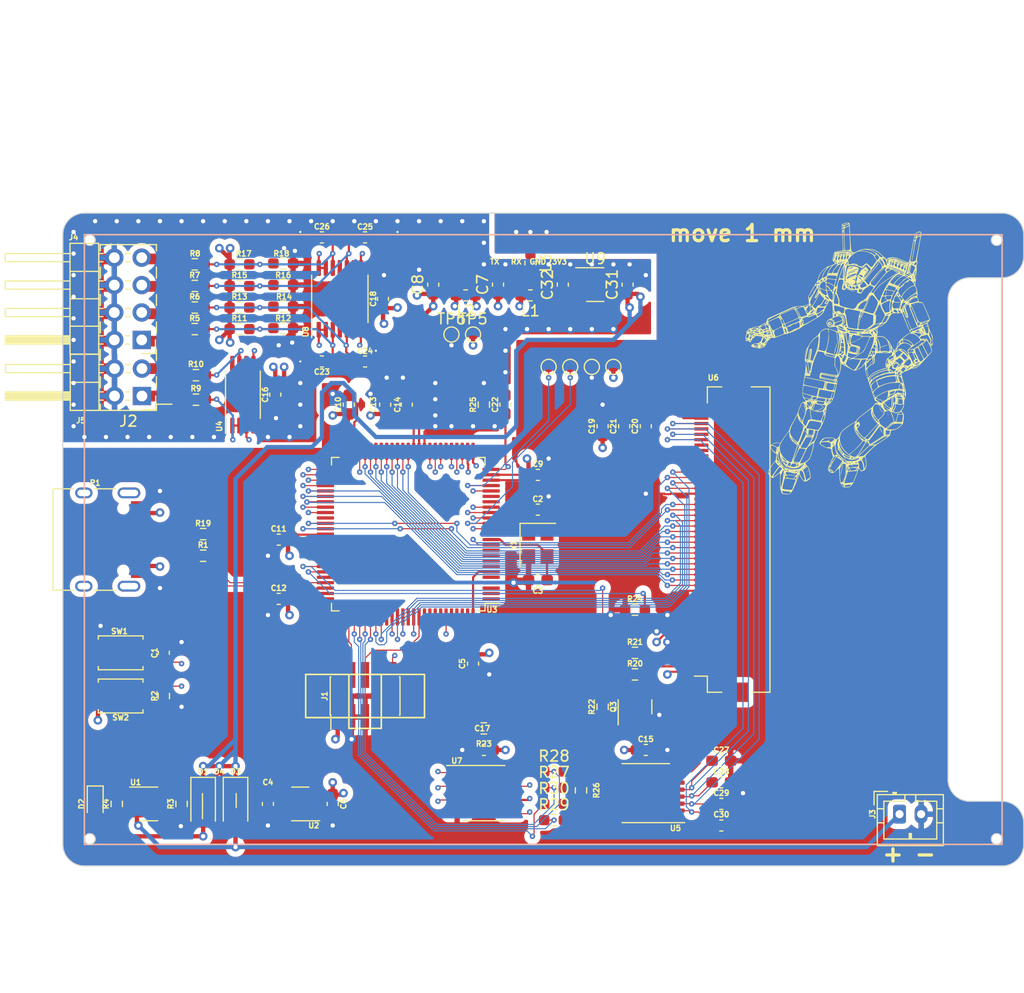
<source format=kicad_pcb>
(kicad_pcb (version 20221018) (generator pcbnew)
  (layers (0 "F.Cu" signal) (1 "In1.Cu" signal) (2 "In2.Cu" signal) (31 "B.Cu" signal) (34 "B.Paste" user) (35 "F.Paste" user) (36 "B.SilkS" user "B.Silkscreen") (37 "F.SilkS" user "F.Silkscreen") (38 "B.Mask" user) (39 "F.Mask" user) (44 "Edge.Cuts" user))
  (net 0 "")
  (net 1 "nRESET")
  (net 2 "GND")
  (net 3 "OSC_OUT")
  (net 4 "OSC_IN")
  (net 5 "Net-(D1-K)")
  (net 6 "+3.3V")
  (net 7 "+3.3VA")
  (net 8 "VREF")
  (net 9 "VBUS")
  (net 10 "Net-(U8A-+)")
  (net 11 "SWDIO")
  (net 12 "SWCLK")
  (net 13 "SWO")
  (net 14 "Net-(U8B-+)")
  (net 15 "USB_DP")
  (net 16 "USB_DM")
  (net 17 "Net-(U8C-+)")
  (net 18 "Net-(U8D-+)")
  (net 19 "Net-(D2-K)")
  (net 21 "XP")
  (net 22 "XN")
  (net 23 "YP")
  (net 24 "YN")
  (net 26 "BOOT0")
  (net 27 "Net-(J4-Pin_1)")
  (net 28 "Net-(J4-Pin_3)")
  (net 29 "Net-(J4-Pin_5)")
  (net 30 "Net-(J4-Pin_7)")
  (net 31 "Net-(J5-Pin_1)")
  (net 32 "Net-(J5-Pin_3)")
  (net 34 "Net-(P1-D+)")
  (net 35 "Net-(P1-D-)")
  (net 37 "QSPI_NSS")
  (net 39 "Net-(Q3-B)")
  (net 40 "Net-(Q3-C)")
  (net 41 "Net-(U1-PROG)")
  (net 42 "Net-(U1-STAT)")
  (net 43 "Net-(U4A--)")
  (net 44 "Net-(U4B--)")
  (net 45 "DAC2_OUT1")
  (net 46 "LCD_RST")
  (net 49 "SPI3_NSS")
  (net 53 "LCD_BL")
  (net 54 "UART1_RX")
  (net 57 "UART1_TX")
  (net 58 "FMC_D0")
  (net 59 "FMC_D1")
  (net 60 "FMC_D2")
  (net 61 "ADC1_IN11")
  (net 62 "ADC1_IN12")
  (net 63 "FMC_D3")
  (net 64 "FMC_D4")
  (net 65 "QSPI_SCLK")
  (net 68 "FMC_D5")
  (net 69 "+BATT")
  (net 71 "FMC_D6")
  (net 72 "FMC_D7")
  (net 73 "FMC_D8")
  (net 74 "FMC_D9")
  (net 76 "ADC3_IN9")
  (net 77 "ADC3_IN8")
  (net 80 "FMC_D10")
  (net 81 "FMC_D11")
  (net 83 "FMC_D12")
  (net 84 "FMC_D13")
  (net 86 "FMC_D14")
  (net 94 "FMC_D15")
  (net 95 "FMC_CS")
  (net 96 "FMC_A0")
  (net 97 "FMC_RD")
  (net 98 "FMC_WR")
  (net 99 "Net-(R20-Pad1)")
  (net 100 "Net-(R21-Pad1)")
  (net 105 "SPI3_SCLK")
  (net 106 "SPI3_MISO")
  (net 110 "SPI3_MOSI")
  (net 115 "DAC1_OUT1")
  (net 116 "DAC1_OUT2")
  (net 117 "QSPI_IO0")
  (net 118 "QSPI_IO2")
  (net 119 "QSPI_IO1")
  (net 120 "QSPI_IO3")
  (net 132 "GNDA")
  (net 133 "Net-(U9-VO)")
  (net 134 "Net-(U5-DIN)")
  (net 135 "Net-(U5-DOUT)")
  (net 136 "Net-(U5-DCLK)")
  (net 137 "Net-(U5-~{CS})")
  (footprint "Capacitor_SMD:C_0603_1608Metric_Pad1.08x0.95mm_HandSolder" (layer "F.Cu") (at 122 74.5 180)
    (fp_text reference "C26")
    (fp_text value "100p")
  )
  (footprint "Button_Switch_SMD:SW_Push_SPST_NO_Alps_SKRK" (layer "F.Cu") (at 103.36 117 180)
    (fp_text reference "SW2")
    (fp_text value "SW_Push")
  )
  (footprint "Resistor_SMD:R_0603_1608Metric_Pad0.98x0.95mm_HandSolder" (layer "F.Cu") (at 109 127 90)
    (fp_text reference "R3")
    (fp_text value "6.8k")
  )
  (footprint "Resistor_SMD:R_0603_1608Metric_Pad0.98x0.95mm_HandSolder" (layer "F.Cu") (at 103 127 -90)
    (fp_text reference "R4")
    (fp_text value "1k")
  )
  (footprint "Capacitor_SMD:C_0603_1608Metric_Pad1.08x0.95mm_HandSolder" (layer "F.Cu") (at 142 96.51)
    (fp_text reference "C9")
    (fp_text value "100n")
  )
  (footprint "Capacitor_SMD:C_0603_1608Metric_Pad1.08x0.95mm_HandSolder" (layer "F.Cu") (at 138.3125 78.875 90)
    (fp_text reference "C7")
    (fp_text value "270n")
  )
  (footprint "Capacitor_SMD:C_0603_1608Metric_Pad1.08x0.95mm_HandSolder" (layer "F.Cu") (at 159 123)
    (fp_text reference "C27")
    (fp_text value "100n")
  )
  (footprint "Resistor_SMD:R_0603_1608Metric_Pad0.98x0.95mm_HandSolder" (layer "F.Cu") (at 107.36 117 90)
    (fp_text reference "R2")
    (fp_text value "10k")
  )
  (footprint "Resistor_SMD:R_0603_1608Metric_Pad0.98x0.95mm_HandSolder" (layer "F.Cu") (at 114.365276 77 180)
    (fp_text reference "R17")
    (fp_text value "2k7")
  )
  (footprint "Resistor_SMD:R_0603_1608Metric_Pad0.98x0.95mm_HandSolder" (layer "F.Cu") (at 118.42 82.9125 180)
    (fp_text reference "R12")
    (fp_text value "4k3")
  )
  (footprint "Diode_SMD:D_1206_3216Metric_Pad1.42x1.75mm_HandSolder" (layer "F.Cu") (at 111 127 -90)
    (fp_text reference "D1")
    (fp_text value "D_Schottky")
  )
  (footprint "Capacitor_SMD:C_0603_1608Metric_Pad1.08x0.95mm_HandSolder" (layer "F.Cu") (at 124.49 90 90)
    (fp_text reference "C10")
    (fp_text value "100n")
  )
  (footprint "Connector_JST:JST_PH_B2B-PH-K_1x02_P2.00mm_Vertical" (layer "F.Cu") (at 175.5 127.95)
    (fp_text reference "J3")
    (fp_text value "Conn_01x02")
  )
  (footprint "Capacitor_SMD:C_0603_1608Metric_Pad1.08x0.95mm_HandSolder" (layer "F.Cu") (at 144.3125 78.875 90)
    (fp_text reference "C32")
    (fp_text value "270n")
  )
  (footprint "Capacitor_SMD:C_0603_1608Metric_Pad1.08x0.95mm_HandSolder" (layer "F.Cu") (at 118 108 180)
    (fp_text reference "C12")
    (fp_text value "100n")
  )
  (footprint "Capacitor_SMD:C_0603_1608Metric_Pad1.08x0.95mm_HandSolder" (layer "F.Cu") (at 142 99.73)
    (fp_text reference "C2")
    (fp_text value "10p")
  )
  (footprint "Connector_FFC-FPC:Hirose_FH12-50S-0.5SH_1x50-1MP_P0.50mm_Horizontal" (layer "F.Cu") (at 159 102.5 90)
    (fp_text reference "U6")
    (fp_text value "TFT035IPS")
  )
  (footprint "Resistor_SMD:R_0603_1608Metric_Pad0.98x0.95mm_HandSolder" (layer "F.Cu") (at 143.5 125.5)
    (fp_text reference "R27")
    (fp_text value "27")
  )
  (footprint "Package_TO_SOT_SMD:SOT-23-3" (layer "F.Cu") (at 147.3125 78.875)
    (fp_text reference "U9")
    (fp_text value "XC6206PxxxMR")
  )
  (footprint "Resistor_SMD:R_0603_1608Metric_Pad0.98x0.95mm_HandSolder" (layer "F.Cu") (at 118.42 76.9125 180)
    (fp_text reference "R18")
    (fp_text value "4k3")
  )
  (footprint "Resistor_SMD:R_0603_1608Metric_Pad0.98x0.95mm_HandSolder" (layer "F.Cu") (at 137 90 -90)
    (fp_text reference "R25")
    (fp_text value "10k")
  )
  (footprint "Inductor_SMD:L_0603_1608Metric_Pad1.05x0.95mm_HandSolder" (layer "F.Cu") (at 141.3125 79.875 180)
    (fp_text reference "L1")
    (fp_text value "47u")
  )
  (footprint "Package_TO_SOT_SMD:SOT-23-3" (layer "F.Cu") (at 120 127 180)
    (fp_text reference "U2")
    (fp_text value "XC6206PxxxMR")
  )
  (footprint "Capacitor_SMD:C_0603_1608Metric_Pad1.08x0.95mm_HandSolder" (layer "F.Cu") (at 107.36 113 90)
    (fp_text reference "C1")
    (fp_text value "100n")
  )
  (footprint "Diode_SMD:D_0603_1608Metric_Pad1.05x0.95mm_HandSolder" (layer "F.Cu") (at 101 127 -90)
    (fp_text reference "D2")
    (fp_text value "LED")
  )
  (footprint "Resistor_SMD:R_0603_1608Metric_Pad0.98x0.95mm_HandSolder" (layer "F.Cu") (at 143.5 127)
    (fp_text reference "R30")
    (fp_text value "27")
  )
  (footprint "Capacitor_SMD:C_0603_1608Metric_Pad1.08x0.95mm_HandSolder" (layer "F.Cu") (at 127.66 80.2 90)
    (fp_text reference "C18")
    (fp_text value "100n")
  )
  (footprint "Resistor_SMD:R_0603_1608Metric_Pad0.98x0.95mm_HandSolder" (layer "F.Cu") (at 110.2225 81)
    (fp_text reference "R6")
    (fp_text value "8k2")
  )
  (footprint "Capacitor_SMD:C_0603_1608Metric_Pad1.08x0.95mm_HandSolder" (layer "F.Cu") (at 117.6825 89.075 -90)
    (fp_text reference "C16")
    (fp_text value "100n")
  )
  (footprint "Resistor_SMD:R_0603_1608Metric_Pad0.98x0.95mm_HandSolder" (layer "F.Cu") (at 151 115 180)
    (fp_text reference "R20")
    (fp_text value "27")
  )
  (footprint "Capacitor_SMD:C_0603_1608Metric_Pad1.08x0.95mm_HandSolder" (layer "F.Cu") (at 152 92 90)
    (fp_text reference "C20")
    (fp_text value "100n")
  )
  (footprint "Resistor_SMD:R_0603_1608Metric_Pad0.98x0.95mm_HandSolder" (layer "F.Cu") (at 137 120 180)
    (fp_text reference "R23")
    (fp_text value "10k")
  )
  (footprint "Capacitor_SMD:C_0603_1608Metric_Pad1.08x0.95mm_HandSolder" (layer "F.Cu") (at 132.3125 78.875 90)
    (fp_text reference "C8")
    (fp_text value "270n")
  )
  (footprint "Resistor_SMD:R_0603_1608Metric_Pad0.98x0.95mm_HandSolder" (layer "F.Cu") (at 146 125.745276 -90)
    (fp_text reference "R26")
    (fp_text value "10k")
  )
  (footprint "Capacitor_SMD:C_0603_1608Metric_Pad1.08x0.95mm_HandSolder" (layer "F.Cu") (at 150.3125 78.875 90)
    (fp_text reference "C31")
    (fp_text value "270n")
  )
  (footprint "Resistor_SMD:R_0603_1608Metric_Pad0.98x0.95mm_HandSolder" (layer "F.Cu") (at 110.2225 77)
    (fp_text reference "R8")
    (fp_text value "8k2")
  )
  (footprint "Inductor_SMD:L_0603_1608Metric_Pad1.05x0.95mm_HandSolder" (layer "F.Cu") (at 135.3125 79.875 180)
    (fp_text reference "L2")
    (fp_text value "47u")
  )
  (footprint "Capacitor_SMD:C_0603_1608Metric_Pad1.08x0.95mm_HandSolder" (layer "F.Cu") (at 148 92 90)
    (fp_text reference "C19")
    (fp_text value "100n")
  )
  (footprint "Connector_PinHeader_2.54mm:PinHeader_2x02_P2.54mm_Horizontal" (layer "F.Cu") (at 105.3325 89.2 180)
    (fp_text reference "J5")
    (fp_text value "Conn_02x02_Odd_Even")
  )
  (footprint "Package_QFP:LQFP-100_14x14mm_P0.5mm" (layer "F.Cu") (at 130 102 180)
    (fp_text reference "U3")
    (fp_text value "STM32G473VE")
  )
  (footprint "Package_TO_SOT_SMD:SOT-23-5" (layer "F.Cu") (at 106 127)
    (fp_text reference "U1")
    (fp_text value "MCP73831-2-OT")
  )
  (footprint "Capacitor_SMD:C_0603_1608Metric_Pad1.08x0.95mm_HandSolder" (layer "F.Cu") (at 127.8625 90 90)
    (fp_text reference "C13")
    (fp_text value "100n")
  )
  (footprint "Capacitor_SMD:C_0603_1608Metric_Pad1.08x0.95mm_HandSolder" (layer "F.Cu") (at 152 122)
    (fp_text reference "C15")
    (fp_text value "100n")
  )
  (footprint "Capacitor_SMD:C_0603_1608Metric_Pad1.08x0.95mm_HandSolder" (layer "F.Cu") (at 142 106.27 180)
    (fp_text reference "C3")
    (fp_text value "10p")
  )
  (footprint "Capacitor_SMD:C_0603_1608Metric_Pad1.08x0.95mm_HandSolder" (layer "F.Cu") (at 136 114 -90)
    (fp_text reference "C5")
    (fp_text value "100n")
  )
  (footprint "Capacitor_SMD:C_0603_1608Metric_Pad1.08x0.95mm_HandSolder" (layer "F.Cu") (at 126 74.5)
    (fp_text reference "C25")
    (fp_text value "100p")
  )
  (footprint "Resistor_SMD:R_0603_1608Metric_Pad0.98x0.95mm_HandSolder" (layer "F.Cu") (at 111 104)
    (fp_text reference "R1")
    (fp_text value "22")
  )
  (footprint "Resistor_SMD:R_0603_1608Metric_Pad0.98x0.95mm_HandSolder" (layer "F.Cu") (at 148 118 90)
    (fp_text reference "R22")
    (fp_text value "1k")
  )
  (footprint "Resistor_SMD:R_0603_1608Metric_Pad0.98x0.95mm_HandSolder" (layer "F.Cu") (at 110.2225 83)
    (fp_text reference "R5")
    (fp_text value "8k2")
  )
  (footprint "TestPoint:TestPoint_Pad_D1.0mm" (layer "F.Cu") (at 147 86.5)
    (fp_text reference "TP3" hide)
    (fp_text value "TestPoint")
  )
  (footprint "Button_Switch_SMD:SW_Push_SPST_NO_Alps_SKRK" (layer "F.Cu") (at 103.36 113)
    (fp_text reference "SW1")
    (fp_text value "SW_Push")
  )
  (footprint "Capacitor_SMD:C_0603_1608Metric_Pad1.08x0.95mm_HandSolder" (layer "F.Cu") (at 139 90 90)
    (fp_text reference "C22")
    (fp_text value "100n")
  )
  (footprint "TestPoint:TestPoint_Pad_D1.0mm" (layer "F.Cu") (at 145 86.5)
    (fp_text reference "TP2" hide)
    (fp_text value "TestPoint")
  )
  (footprint "Capacitor_SMD:C_0603_1608Metric_Pad1.08x0.95mm_HandSolder" (layer "F.Cu") (at 150 92 90)
    (fp_text reference "C21")
    (fp_text value "100n")
  )
  (footprint "Capacitor_SMD:C_0603_1608Metric_Pad1.08x0.95mm_HandSolder" (layer "F.Cu") (at 129.8625 90 90)
    (fp_text reference "C14")
    (fp_text value "100n")
  )
  (footprint "Resistor_SMD:R_0603_1608Metric_Pad0.98x0.95mm_HandSolder" (layer "F.Cu") (at 114.365276 81 180)
    (fp_text reference "R13")
    (fp_text value "2k7")
  )
  (footprint "Inductor_SMD:L_0603_1608Metric_Pad1.05x0.95mm_HandSolder" (layer "F.Cu") (at 141.3125 76.875 -90)
    (fp_text reference "L3")
    (fp_text value "47u")
  )
  (footprint "Resistor_SMD:R_0603_1608Metric_Pad0.98x0.95mm_HandSolder" (layer "F.Cu") (at 110.3325 87.27)
    (fp_text reference "R10")
    (fp_text value "51")
  )
  (footprint "TestPoint:TestPoint_Pad_D1.0mm" (layer "F.Cu") (at 134 83.5)
    (fp_text reference "TP6")
    (fp_text value "TestPoint")
  )
  (footprint "Connector_USB:USB_C_Receptacle_HRO_TYPE-C-31-M-12" (layer "F.Cu") (at 101 102.5 -90)
    (fp_text reference "P1")
    (fp_text value "USB_C_Plug_USB2.0")
  )
  (footprint "Package_SO:TSSOP-8_4.4x3mm_P0.65mm" (layer "F.Cu") (at 114.6825 89.075 90)
    (fp_text reference "U4")
    (fp_text value "LMV358")
  )
  (footprint "Capacitor_SMD:C_0603_1608Metric_Pad1.08x0.95mm_HandSolder" (layer "F.Cu") (at 137 122 180)
    (fp_text reference "C17")
    (fp_text value "100n")
  )
  (footprint "TestPoint:TestPoint_Pad_D1.0mm" (layer "F.Cu") (at 149 86.5)
    (fp_text reference "TP4" hide)
    (fp_text value "TestPoint")
  )
  (footprint "Resistor_SMD:R_0603_1608Metric_Pad0.98x0.95mm_HandSolder" (layer "F.Cu") (at 114.365276 83 180)
    (fp_text reference "R11")
    (fp_text value "2k7")
  )
  (footprint "Connector_PinHeader_2.54mm:PinHeader_2x06_P2.54mm_Vertical_SMD" (layer "F.Cu") (at 104.075 82.85 180)
    (fp_text reference "J2")
    (fp_text value "Conn_02x06_Odd_Even")
  )
  (footprint "TestPoint:TestPoint_Pad_D1.0mm" (layer "F.Cu") (at 143 86.5)
    (fp_text reference "TP1" hide)
    (fp_text value "TestPoint")
  )
  (footprint "Connector_PinHeader_1.27mm:PinHeader_2x05_P1.27mm_Vertical_SMD" (layer "F.Cu") (at 126 117 90)
    (fp_text reference "J1")
    (fp_text value "Conn_ARM_JTAG_SWD_10")
  )
  (footprint "Resistor_SMD:R_0603_1608Metric_Pad0.98x0.95mm_HandSolder" (layer "F.Cu") (at 110.2225 79)
    (fp_text reference "R7")
    (fp_text value "8k2")
  )
  (footprint "Resistor_SMD:R_0603_1608Metric_Pad0.98x0.95mm_HandSolder" (layer "F.Cu") (at 118.42 78.9125 180)
    (fp_text reference "R16")
    (fp_text value "4k3")
  )
  (footprint "Resistor_SMD:R_0603_1608Metric_Pad0.98x0.95mm_HandSolder" (layer "F.Cu") (at 143.5 128.5)
    (fp_text reference "R29")
    (fp_text value "27")
  )
  (footprint "Package_TO_SOT_SMD:SOT-23" (layer "F.Cu") (at 112.5 126.6875 90)
    (fp_text reference "D4")
    (fp_text value "D_Schottky_Dual_CommonCathode_AAK_Parallel")
  )
  (footprint "Crystal:Crystal_SMD_3225-4Pin_3.2x2.5mm" (layer "F.Cu") (at 142 103 -90)
    (fp_text reference "Y1")
    (fp_text value "Crystal_GND24")
  )
  (footprint "Capacitor_SMD:C_0603_1608Metric_Pad1.08x0.95mm_HandSolder" (layer "F.Cu") (at 118 102.51 180)
    (fp_text reference "C11")
    (fp_text value "100n")
  )
  (footprint "Capacitor_SMD:C_0603_1608Metric_Pad1.08x0.95mm_HandSolder" (layer "F.Cu") (at 117 127 -90)
    (fp_text reference "C4")
    (fp_text value "270n")
  )
  (footprint "Package_SO:TSSOP-14_4.4x5mm_P0.65mm" (layer "F.Cu") (at 123.66 80.2 90)
    (fp_text reference "U8")
    (fp_text value "LMV324")
  )
  (footprint "Diode_SMD:D_1206_3216Metric_Pad1.42x1.75mm_HandSolder" (layer "F.Cu") (at 114 127 -90)
    (fp_text reference "D3")
    (fp_text value "D_Schottky")
  )
  (footprint "Capacitor_SMD:C_0603_1608Metric_Pad1.08x0.95mm_HandSolder" (layer "F.Cu") (at 122 86 180)
    (fp_text reference "C23")
    (fp_text value "100p")
  )
  (footprint "Package_SO:TSSOP-16_4.4x5mm_P0.65mm" (layer "F.Cu") (at 152 126 180)
    (fp_text reference "U5")
    (fp_text value "XPT2046TS")
  )
  (footprint "Resistor_SMD:R_0603_1608Metric_Pad0.98x0.95mm_HandSolder" (layer "F.Cu") (at 114.365276 79 180)
    (fp_text reference "R15")
    (fp_text value "2k7")
  )
  (footprint "Resistor_SMD:R_0603_1608Metric_Pad0.98x0.95mm_HandSolder" (layer "F.Cu") (at 111 102)
    (fp_text reference "R19")
    (fp_text value "22")
  )
  (footprint "Resistor_SMD:R_0603_1608Metric_Pad0.98x0.95mm_HandSolder" (layer "F.Cu") (at 118.42 80.9125 180)
    (fp_text reference "R14")
    (fp_text value "4k3")
  )
  (footprint "Resistor_SMD:R_0603_1608Metric_Pad0.98x0.95mm_HandSolder" (layer "F.Cu") (at 143.5 124)
    (fp_text reference "R28")
    (fp_text value "27")
  )
  (footprint "Capacitor_SMD:C_0603_1608Metric_Pad1.08x0.95mm_HandSolder" (layer "F.Cu") (at 159 129)
    (fp_text reference "C30")
    (fp_text value "100n")
  )
  (footprint "Capacitor_SMD:C_0603_1608Metric_Pad1.08x0.95mm_HandSolder" (layer "F.Cu") (at 159 127)
    (fp_text reference "C29")
    (fp_text value "100n")
  )
  (footprint "Package_SO:SOIC-8_3.9x4.9mm_P1.27mm" (layer "F.Cu") (at 137 126)
    (fp_text reference "U7")
    (fp_text value "QSPI_PSRAM")
  )
  (footprint "Package_TO_SOT_SMD:SOT-23" (layer "F.Cu") (at 151 118 90)
    (fp_text reference "Q3")
    (fp_text value "Q_NPN_BEC")
  )
  (footprint "Resistor_SMD:R_0603_1608Metric_Pad0.98x0.95mm_HandSolder" (layer "F.Cu") (at 151 109 180)
    (fp_text reference "R24")
    (fp_text value "10k")
  )
  (footprint "Resistor_SMD:R_0603_1608Metric_Pad0.98x0.95mm_HandSolder" (layer "F.Cu") (at 110.3325 89.54)
    (fp_text reference "R9")
    (fp_text value "51")
  )
  (footprint "Capacitor_SMD:C_0603_1608Metric_Pad1.08x0.95mm_HandSolder" (layer "F.Cu") (at 123 127 -90)
    (fp_text reference "C6")
    (fp_text value "270n")
  )
  (footprint "TestPoint:TestPoint_Pad_D1.0mm" (layer "F.Cu") (at 136 83.5)
    (fp_text reference "TP5")
    (fp_text value "TestPoint")
  )
  (footprint "Capacitor_SMD:C_0603_1608Metric_Pad1.08x0.95mm_HandSolder" (layer "F.Cu") (at 159 125)
    (fp_text reference "C28")
    (fp_text value "100n")
  )
  (footprint "Resistor_SMD:R_0603_1608Metric_Pad0.98x0.95mm_HandSolder" (layer "F.Cu") (at 151 113 180)
    (fp_text reference "R21")
    (fp_text value "27")
  )
  (footprint "LOGO" (layer "F.Cu") (at 170 86)
    (fp_text reference "G***" hide)
    (fp_text value "LOGO" hide)
  )
  (footprint "Capacitor_SMD:C_0603_1608Metric_Pad1.08x0.95mm_HandSolder" (layer "F.Cu") (at 126 86)
    (fp_text reference "C24")
    (fp_text value "100p")
  )
  (footprint "Connector_PinHeader_2.54mm:PinHeader_2x04_P2.54mm_Horizontal" (layer "F.Cu") (at 105.31 84 180)
    (fp_text reference "J4")
    (fp_text value "Conn_02x04_Odd_Even")
  )
  (gr_rect (start 100 74.25) (end 185 130.75) (stroke (width 0.15)) (fill none) (layer "B.SilkS"))
  (gr_rect (start 120.5 115) (end 131.5 119) (stroke (width 0.15)) (fill none) (layer "F.SilkS"))
  (gr_rect (start 124.5 115) (end 127.5 120) (stroke (width 0.15)) (fill none) (layer "F.SilkS"))
  (gr_line (start 185 78.25) (end 182 78.25) (stroke (width 0.1)) (layer "Edge.Cuts"))
  (gr_circle (center 184.5 130.25) (end 185 130.25) (stroke (width 0.1)) (fill none) (layer "Edge.Cuts"))
  (gr_circle (center 184.5 74.75) (end 185 74.75) (stroke (width 0.1)) (fill none) (layer "Edge.Cuts"))
  (gr_line (start 187 130.75) (end 187 128.75) (stroke (width 0.1)) (layer "Edge.Cuts"))
  (gr_arc (start 187 130.75) (mid 186.414214 132.164214) (end 185 132.75) (stroke (width 0.1)) (layer "Edge.Cuts"))
  (gr_arc (start 182 126.75) (mid 180.585786 126.164214) (end 180 124.75) (stroke (width 0.1)) (layer "Edge.Cuts"))
  (gr_circle (center 100.5 130.25) (end 101 130.25) (stroke (width 0.1)) (fill none) (layer "Edge.Cuts"))
  (gr_arc (start 98 74.25) (mid 98.585786 72.835786) (end 100 72.25) (stroke (width 0.1)) (layer "Edge.Cuts"))
  (gr_arc (start 100 132.75) (mid 98.585786 132.164214) (end 98 130.75) (stroke (width 0.1)) (layer "Edge.Cuts"))
  (gr_line (start 100 132.75) (end 185 132.75) (stroke (width 0.1)) (layer "Edge.Cuts"))
  (gr_line (start 185 126.75) (end 182 126.75) (stroke (width 0.1)) (layer "Edge.Cuts"))
  (gr_arc (start 185 126.75) (mid 186.414214 127.335786) (end 187 128.75) (stroke (width 0.1)) (layer "Edge.Cuts"))
  (gr_circle (center 100.5 74.75) (end 101 74.75) (stroke (width 0.1)) (fill none) (layer "Edge.Cuts"))
  (gr_line (start 98 74.25) (end 98 130.75) (stroke (width 0.1)) (layer "Edge.Cuts"))
  (gr_arc (start 187 76.25) (mid 186.414214 77.664214) (end 185 78.25) (stroke (width 0.1)) (layer "Edge.Cuts"))
  (gr_arc (start 185 72.25) (mid 186.414214 72.835786) (end 187 74.25) (stroke (width 0.1)) (layer "Edge.Cuts"))
  (gr_line (start 187 74.25) (end 187 76.25) (stroke (width 0.1)) (layer "Edge.Cuts"))
  (gr_line (start 180 124.75) (end 180.000001 80.250001) (stroke (width 0.1)) (layer "Edge.Cuts"))
  (gr_line (start 100 72.25) (end 185 72.25) (stroke (width 0.1)) (layer "Edge.Cuts"))
  (gr_arc (start 180.000001 80.250001) (mid 180.585787 78.835787) (end 182.000001 78.250001) (stroke (width 0.1)) (layer "Edge.Cuts"))
  (gr_text "move 1 mm" (at 154 75) (layer "F.SilkS") (effects (font (size 1.5 1.5) (thickness 0.3) bold) (justify left bottom)))
  (gr_text "GND" (at 142 76.75) (layer "F.SilkS") (effects (font (size 0.5 0.5) (thickness 0.125))))
  (gr_text "+ -" (at 173.765 132.5) (layer "F.SilkS") (effects (font (size 1.5 1.5) (thickness 0.3) bold) (justify left bottom)))
  (gr_text "RX" (at 140 76.75) (layer "F.SilkS") (effects (font (size 0.5 0.5) (thickness 0.125))))
  (gr_text "3V3" (at 144 76.75) (layer "F.SilkS") (effects (font (size 0.5 0.5) (thickness 0.125))))
  (gr_text "TX" (at 138 76.75) (layer "F.SilkS") (effects (font (size 0.5 0.5) (thickness 0.125))))
  (segment (start 128.54 113.46) (end 128.75 113.25) (width 0.1) (layer "F.Cu") (net 1))
  (segment (start 106.3225 113.8625) (end 105.46 113) (width 0.1) (layer "F.Cu") (net 1))
  (segment (start 128.54 115.05) (end 128.54 113.46) (width 0.1) (layer "F.Cu") (net 1))
  (segment (start 137.675 101.5) (end 136 101.5) (width 0.1) (layer "F.Cu") (net 1))
  (segment (start 109 114) (end 108.8625 113.8625) (width 0.1) (layer "F.Cu") (net 1))
  (segment (start 107.36 113.8625) (end 106.3225 113.8625) (width 0.1) (layer "F.Cu") (net 1))
  (segment (start 108.8625 113.8625) (end 107.36 113.8625) (width 0.1) (layer "F.Cu") (net 1))
  (via (at 109 114) (size 0.5) (drill 0.2) (layers "F.Cu" "B.Cu") (net 1))
  (via (at 128.75 113.25) (size 0.5) (drill 0.2) (layers "F.Cu" "B.Cu") (net 1))
  (via (at 136 101.5) (size 0.5) (drill 0.2) (layers "F.Cu" "B.Cu") (net 1))
  (segment (start 126 118.95) (end 126 121) (width 0.2) (layer "F.Cu") (net 2))
  (segment (start 107.36 112.1375) (end 108.8625 112.1375) (width 0.4) (layer "F.Cu") (net 2))
  (segment (start 105.75 105.75) (end 107 107) (width 0.4) (layer "F.Cu") (net 2))
  (segment (start 157.15 107.75) (end 155 107.75) (width 0.2) (layer "F.Cu") (net 2))
  (segment (start 105.045 99.25) (end 105.75 99.25) (width 0.4) (layer "F.Cu") (net 2))
  (segment (start 137.675 97) (end 140.32986 97) (width 0.2) (layer "F.Cu") (net 2))
  (segment (start 119.38514 107.225) (end 117.9125 107.225) (width 0.2) (layer "F.Cu") (net 2))
  (segment (start 126 121) (end 124.75 121) (width 0.2) (layer "F.Cu") (net 2))
  (segment (start 157.15 91.25) (end 155.5 91.25) (width 0.2) (layer "F.Cu") (net 2))
  (segment (start 153.722182 98.25) (end 152 98.25) (width 0.2) (layer "F.Cu") (net 2))
  (segment (start 141.15 104.1) (end 141.15 106.2575) (width 0.4) (layer "F.Cu") (net 2))
  (segment (start 134.525 127.905) (end 135.007817 127.905) (width 0.4) (layer "F.Cu") (net 2))
  (segment (start 157.15 90.25) (end 155.5 90.25) (width 0.2) (layer "F.Cu") (net 2))
  (segment (start 152.3875 90.75) (end 155 90.75) (width 0.4) (layer "F.Cu") (net 2))
  (segment (start 149.25 109) (end 148.75 109.5) (width 0.2) (layer "F.Cu") (net 2))
  (segment (start 142.8125 74) (end 142.8125 74.5) (width 0.4) (layer "F.Cu") (net 2))
  (segment (start 136 114.8625) (end 137.3625 114.8625) (width 0.4) (layer "F.Cu") (net 2))
  (segment (start 142.8125 74.5) (end 141.3125 76) (width 0.4) (layer "F.Cu") (net 2))
  (segment (start 157.15 108.25) (end 155 108.25) (width 0.2) (layer "F.Cu") (net 2))
  (segment (start 122.325 107.5) (end 119.66014 107.5) (width 0.2) (layer "F.Cu") (net 2))
  (segment (start 135.5 109.675) (end 135.5 112.33986) (width 0.2) (layer "F.Cu") (net 2))
  (segment (start 109 127.9125) (end 109 129) (width 0.4) (layer "F.Cu") (net 2))
  (segment (start 154.8625 124.375) (end 153.375 124.375) (width 0.4) (layer "F.Cu") (net 2))
  (segment (start 109 129) (end 108.934668 129.065332) (width 0.4) (layer "F.Cu") (net 2))
  (segment (start 121.05 127.8625) (end 121.1375 127.95) (width 0.4) (layer "F.Cu") (net 2))
  (segment (start 153 111) (end 153.25 110.75) (width 0.2) (layer "F.Cu") (net 2))
  (segment (start 108.9125 117.9125) (end 109 118) (width 0.4) (layer "F.Cu") (net 2))
  (segment (start 148 91.1375) (end 148 90) (width 0.4) (layer "F.Cu") (net 2))
  (segment (start 140.61486 97.285) (end 142.0875 97.285) (width 0.2) (layer "F.Cu") (net 2))
  (segment (start 119.69964 102.0495) (end 119.38514 101.735) (width 0.2) (layer "F.Cu") (net 2))
  (segment (start 155 108.75) (end 155 109.25) (width 0.2) (layer "F.Cu") (net 2))
  (segment (start 119.66014 107.5) (end 119.38514 107.225) (width 0.2) (layer "F.Cu") (net 2))
  (segment (start 147 86.5) (end 147 87.5) (width 0.4) (layer "F.Cu") (net 2))
  (segment (start 104.8625 127) (end 108.0875 127) (width 0.4) (layer "F.Cu") (net 2))
  (segment (start 142.8625 99.73) (end 142.8625 98.6375) (width 0.4) (layer "F.Cu") (net 2))
  (segment (start 157.15 107.25) (end 155.25 107.25) (width 0.2) (layer "F.Cu") (net 2))
  (segment (start 155.25 109.75) (end 157.15 109.75) (width 0.2) (layer "F.Cu") (net 2))
  (segment (start 124.73 118.95) (end 124.73 120.98) (width 0.4) (layer "F.Cu") (net 2))
  (segment (start 142.0875 97.285) (end 142.8625 96.51) (width 0.2) (layer "F.Cu") (net 2))
  (segment (start 122.9125 127.95) (end 123 127.8625) (width 0.4) (layer "F.Cu") (net 2))
  (segment (start 154.025 125.025) (end 153 124) (width 0.4) (layer "F.Cu") (net 2))
  (segment (start 117.9125 101.735) (end 117.1375 102.51) (width 0.2) (layer "F.Cu") (net 2))
  (segment (start 155 109.5) (end 155 108.25) (width 0.2) (layer "F.Cu") (net 2))
  (segment (start 136.1375 122) (end 135 122) (width 0.4) (layer "F.Cu") (net 2))
  (segment (start 137.3625 114.8625) (end 137.5 115) (width 0.4) (layer "F.Cu") (net 2))
  (segment (start 142.8625 96.51) (end 142.8625 95.1375) (width 0.4) (layer "F.Cu") (net 2))
  (segment (start 117.1375 102.51) (end 117.1375 103.8625) (width 0.4) (layer "F.Cu") (net 2))
  (segment (start 159.8625 126) (end 159.8625 129) (width 0.4) (layer "F.Cu") (net 2))
  (segment (start 125.265 91.38514) (end 125.265 89.9125) (width 0.2) (layer "F.Cu") (net 2))
  (segment (start 148 91.1375) (end 152 91.1375) (width 0.4) (layer "F.Cu") (net 2))
  (segment (start 154 112) (end 154.25 111.75) (width 0.2) (layer "F.Cu") (net 2))
  (segment (start 128.54 120.46) (end 128 121) (width 0.2) (layer "F.Cu") (net 2))
  (segment (start 105.75 99.25) (end 107 98) (width 0.4) (layer "F.Cu") (net 2))
  (segment (start 124.49 89.1375) (end 123.1375 89.1375) (width 0.4) (layer "F.Cu") (net 2))
  (segment (start 107.36 117.9125) (end 108.9125 117.9125) (width 0.4) (layer "F.Cu") (net 2))
  (segment (start 125.265 89.9125) (end 124.49 89.1375) (width 0.2) (layer "F.Cu") (net 2))
  (segment (start 121.1375 127.95) (end 122.9125 127.95) (width 0.4) (layer "F.Cu") (net 2))
  (segment (start 155 90.75) (end 157.15 90.75) (width 0.4) (layer "F.Cu") (net 2))
  (segment (start 117.1375 103.8625) (end 117 104) (width 0.4) (layer "F.Cu") (net 2))
  (segment (start 155.5 91.25) (end 155 90.75) (width 0.2) (layer "F.Cu") (net 2))
  (segment (start 153.375 124.375) (end 153 124) (width 0.4) (layer "F.Cu") (net 2))
  (segment (start 135.5 112.33986) (end 135.225 112.61486) (width 0.2) (layer "F.Cu") (net 2))
  (segment (start 123 127.8625) (end 123 129) (width 0.4) (layer "F.Cu") (net 2))
  (segment (start 153.0625 118.9375) (end 153.25 118.75) (width 0.2) (layer "F.Cu") (net 2))
  (segment (start 136.1375 126.775317) (end 136.1375 122) (width 0.4) (layer "F.Cu") (net 2))
  (segment (start 159.8625 123) (end 159.8625 126) (width 0.4) (layer "F.Cu") (net 2))
  (segment (start 155.25 107.25) (end 155 107.5) (width 0.2) (layer "F.Cu") (net 2))
  (segment (start 135.007817 127.905) (end 136.1375 126.775317) (width 0.4) (layer "F.Cu") (net 2))
  (segment (start 141.15 106.2575) (end 141.1375 106.27) (width 0.4) (layer "F.Cu") (net 2))
  (segment (start 157.15 109.25) (end 155 109.25) (width 0.2) (layer "F.Cu") (net 2))
  (segment (start 155 107.5) (end 155 107.75) (width 0.2) (layer "F.Cu") (net 2))
  (segment (start 153 123.725) (end 152.8625 123.8625) (width 0.4) (layer "F.Cu") (net 2))
  (segment (start 154.8625 125.025) (end 154.025 125.025) (width 0.4) (layer "F.Cu") (net 2))
  (segment (start 105.045 105.75) (end 105.75 105.75) (width 0.4) (layer "F.Cu") (net 2))
  (segment (start 122.325 102) (end 122.2755 102.0495) (width 0.2) (layer "F.Cu") (net 2))
  (segment (start 140.9075 106.5) (end 139.75 106.5) (width 0.4) (layer "F.Cu") (net 2))
  (segment (start 155 107.75) (end 155 108.25) (width 0.2) (layer "F.Cu") (net 2))
  (segment (start 154 109.5) (end 155 109.5) (width 0.2) (layer "F.Cu") (net 2))
  (segment (start 140.32986 97) (end 140.61486 97.285) (width 0.2) (layer "F.Cu") (net 2))
  (segment (start 101.26 113) (end 101.26 110.74) (width 0.4) (layer "F.Cu") (net 2))
  (segment (start 124.73 120.98) (end 124.75 121) (width 0.4) (layer "F.Cu") (net 2))
  (segment (start 128 121) (end 126 121) (width 0.2) (layer "F.Cu") (net 2))
  (segment (start 141.3125 76) (end 141.3125 74) (width 0.4) (layer "F.Cu") (net 2))
  (segment (start 152.8625 122) (end 154 122) (width 0.4) (layer "F.Cu") (net 2))
  (segment (start 125 91.65014) (end 125.265 91.38514) (width 0.2) (layer "F.Cu") (net 2))
  (segment (start 135.225 114.0875) (end 136 114.8625) (width 0.2) (layer "F.Cu") (net 2))
  (segment (start 157.15 98.25) (end 154.277818 98.25) (width 0.2) (layer "F.Cu") (net 2))
  (segment (start 155 109.5) (end 155.25 109.75) (width 0.2) (layer "F.Cu") (net 2))
  (segment (start 154.8625 123.725) (end 153 123.725) (width 0.4) (layer "F.Cu") (net 2))
  (segment (start 154.277818 98.25) (end 154.227818 98.3) (width 0.2) (layer "F.Cu") (net 2))
  (segment (start 135.225 112.61486) (end 135.225 114.0875) (width 0.2) (layer "F.Cu") (net 2))
  (segment (start 125 94.325) (end 125 91.65014) (width 0.2) (layer "F.Cu") (net 2))
  (segment (start 128.54 118.95) (end 128.54 120.46) (width 0.2) (layer "F.Cu") (net 2))
  (segment (start 155 109.25) (end 155 109.5) (width 0.2) (layer "F.Cu") (net 2))
  (segment (start 154.227818 98.3) (end 153.772182 98.3) (width 0.2) (layer "F.Cu") (net 2))
  (segment (start 119.38514 101.735) (end 117.9125 101.735) (width 0.2) (layer "F.Cu") (net 2))
  (segment (start 154.25 111.75) (end 157.15 111.75) (width 0.2) (layer "F.Cu") (net 2))
  (segment (start 101.26 110.74) (end 101.5 110.5) (width 0.4) (layer "F.Cu") (net 2))
  (segment (start 117 127.8625) (end 121.05 127.8625) (width 0.4) (layer "F.Cu") (net 2))
  (segment (start 108.8625 112.1375) (end 109 112) (width 0.4) (layer "F.Cu") (net 2))
  (segment (start 117 127.8625) (end 117 129) (width 0.4) (layer "F.Cu") (net 2))
  (segment (start 152.8625 123.8625) (end 152.8625 122) (width 0.4) (layer "F.Cu") (net 2))
  (segment (start 153.25 110.75) (end 157.15 110.75) (width 0.2) (layer "F.Cu") (net 2))
  (segment (start 140 74.6875) (end 141.3125 76) (width 0.4) (layer "F.Cu") (net 2))
  (segment (start 108.0875 127) (end 109 127.9125) (width 0.4) (layer "F.Cu") (net 2))
  (segment (start 123.1375 89.1375) (end 123 89) (width 0.4) (layer "F.Cu") (net 2))
  (segment (start 142.8625 99.73) (end 142.8625 101.8875) (width 0.4) (layer "F.Cu") (net 2))
  (segment (start 117.1375 108) (end 117.1375 109.3625) (width 0.4) (layer "F.Cu") (net 2))
  (segment (start 152 91.1375) (end 152.3875 90.75) (width 0.4) (layer "F.Cu") (net 2))
  (segment (start 153.772182 98.3) (end 153.722182 98.25) (width 0.2) (layer "F.Cu") (net 2))
  (segment (start 153 124) (end 152.8625 123.8625) (width 0.4) (layer "F.Cu") (net 2))
  (segment (start 157.15 108.75) (end 155 108.75) (width 0.2) (layer "F.Cu") (net 2))
  (segment (start 140 74) (end 140 74.6875) (width 0.4) (layer "F.Cu") (net 2))
  (segment (start 159.8625 126) (end 161 126) (width 0.4) (layer "F.Cu") (net 2))
  (segment (start 117.9125 107.225) (end 117.1375 108) (width 0.2) (layer "F.Cu") (net 2))
  (segment (start 155.5 90.25) (end 155 90.75) (width 0.2) (layer "F.Cu") (net 2))
  (segment (start 122.2755 102.0495) (end 119.69964 102.0495) (width 0.2) (layer "F.Cu") (net 2))
  (segment (start 142.8625 95.1375) (end 143 95) (width 0.4) (layer "F.Cu") (net 2))
  (segment (start 141.1375 106.27) (end 140.9075 106.5) (width 0.4) (layer "F.Cu") (net 2))
  (segment (start 150.0875 109) (end 149.25 109) (width 0.2) (layer "F.Cu") (net 2))
  (segment (start 142.8625 98.6375) (end 143 98.5) (width 0.4) (layer "F.Cu") (net 2))
  (segment (start 142.8625 101.8875) (end 142.85 101.9) (width 0.4) (layer "F.Cu") (net 2))
  (segment (start 117.1375 109.3625) (end 117 109.5) (width 0.4) (layer "F.Cu") (net 2))
  (segment (start 151.95 118.9375) (end 153.0625 118.9375) (width 0.2) (layer "F.Cu") (net 2))
  (segment (start 155 108.25) (end 155 108.75) (width 0.2) (layer "F.Cu") (net 2))
  (via (at 109 112) (size 0.8) (drill 0.4) (layers "F.Cu" "B.Cu") (net 2))
  (via (at 135 122) (size 0.8) (drill 0.4) (layers "F.Cu" "B.Cu") (net 2))
  (via (at 109 118) (size 0.8) (drill 0.4) (layers "F.Cu" "B.Cu") (net 2))
  (via (at 147 87.5) (size 0.8) (drill 0.4) (layers "F.Cu" "B.Cu") (net 2))
  (via (at 154 122) (size 0.8) (drill 0.4) (layers "F.Cu" "B.Cu") (net 2))
  (via (at 153.25 118.75) (size 0.8) (drill 0.4) (layers "F.Cu" "B.Cu") (net 2))
  (via (at 137.5 115) (size 0.8) (drill 0.4) (layers "F.Cu" "B.Cu") (net 2))
  (via (at 108.934668 129.065332) (size 0.8) (drill 0.4) (layers "F.Cu" "B.Cu") (net 2))
  (via (at 143 95) (size 0.8) (drill 0.4) (layers "F.Cu" "B.Cu") (net 2))
  (via (at 107 107) (size 0.8) (drill 0.4) (layers "F.Cu" "B.Cu") (net 2))
  (via (at 139.75 106.5) (size 0.8) (drill 0.4) (layers "F.Cu" "B.Cu") (net 2))
  (via (at 148.75 109.5) (size 0.8) (drill 0.4) (layers "F.Cu" "B.Cu") (net 2))
  (via (at 117 104) (size 0.8) (drill 0.4) (layers "F.Cu" "B.Cu") (net 2))
  (via (at 117 109.5) (size 0.8) (drill 0.4) (layers "F.Cu" "B.Cu") (net 2))
  (via (at 143 98.5) (size 0.8) (drill 0.4) (layers "F.Cu" "B.Cu") (net 2))
  (via (at 141.3125 74) (size 0.8) (drill 0.4) (layers "F.Cu" "B.Cu") (net 2))
  (via (at 154 109.5) (size 0.8) (drill 0.4) (layers "F.Cu" "B.Cu") (net 2))
  (via (at 117 129) (size 0.8) (drill 0.4) (layers "F.Cu" "B.Cu") (net 2))
  (via (at 107 98) (size 0.8) (drill 0.4) (layers "F.Cu" "B.Cu") (net 2))
  (via (at 124.75 121) (size 0.8) (drill 0.4) (layers "F.Cu" "B.Cu") (net 2))
  (via (at 142.8125 74) (size 0.8) (drill 0.4) (layers "F.Cu" "B.Cu") (net 2))
  (via (at 161 126) (size 0.8) (drill 0.4) (layers "F.Cu" "B.Cu") (net 2))
  (via (at 153 111) (size 0.8) (drill 0.4) (layers "F.Cu" "B.Cu") (net 2))
  (via (at 101.5 110.5) (size 0.8) (drill 0.4) (layers "F.Cu" "B.Cu") (net 2))
  (via (at 123 129) (size 0.8) (drill 0.4) (layers "F.Cu" "B.Cu") (net 2))
  (via (at 154 112) (size 0.8) (drill 0.4) (layers "F.Cu" "B.Cu") (net 2))
  (via (at 140 74) (size 0.8) (drill 0.4) (layers "F.Cu" "B.Cu") (net 2))
  (via (at 148 90) (size 0.8) (drill 0.4) (layers "F.Cu" "B.Cu") (net 2))
  (via (at 152 98.25) (size 0.8) (drill 0.4) (layers "F.Cu" "B.Cu") (net 2))
  (via (at 123 89) (size 0.8) (drill 0.4) (layers "F.Cu" "B.Cu") (net 2))
  (segment (start 107 107) (end 107 123.5) (width 0.4) (layer "B.Cu") (net 2))
  (segment (start 107 98) (end 105 100) (width 0.4) (layer "B.Cu") (net 2))
  (segment (start 105 105) (end 107 107) (width 0.4) (layer "B.Cu") (net 2))
  (segment (start 107 123.5) (end 112.5 129) (width 0.4) (layer "B.Cu") (net 2))
  (segment (start 105 100) (end 105 105) (width 0.4) (layer "B.Cu") (net 2))
  (segment (start 112.5 129) (end 117 129) (width 0.4) (layer "B.Cu") (net 2))
  (segment (start 141.1375 99.73) (end 141.15 99.7425) (width 0.2) (layer "F.Cu") (net 3))
  (segment (start 137.675 102) (end 141.05 102) (width 0.2) (layer "F.Cu") (net 3))
  (segment (start 141.05 102) (end 141.15 101.9) (width 0.2) (layer "F.Cu") (net 3))
  (segment (start 141.15 99.7425) (end 141.15 101.9) (width 0.2) (layer "F.Cu") (net 3))
  (segment (start 139.00533 103) (end 142 103) (width 0.2) (layer "F.Cu") (net 4))
  (segment (start 137.675 102.5) (end 138.50533 102.5) (width 0.2) (layer "F.Cu") (net 4))
  (segment (start 142.85 103.85) (end 142.85 104.1) (width 0.2) (layer "F.Cu") (net 4))
  (segment (start 142.85 104.1) (end 142.85 106.2575) (width 0.2) (layer "F.Cu") (net 4))
  (segment (start 142.85 106.2575) (end 142.8625 106.27) (width 0.2) (layer "F.Cu") (net 4))
  (segment (start 142 103) (end 142.85 103.85) (width 0.2) (layer "F.Cu") (net 4))
  (segment (start 138.50533 102.5) (end 139.00533 103) (width 0.2) (layer "F.Cu") (net 4))
  (segment (start 112.5 123.5) (end 112.5 124.0125) (width 0.4) (layer "F.Cu") (net 5))
  (segment (start 117 126.1375) (end 118 126.1375) (width 0.4) (layer "F.Cu") (net 5))
  (segment (start 111 125.5125) (end 116.375 125.5125) (width 0.4) (layer "F.Cu") (net 5))
  (segment (start 112.5 124.0125) (end 114 125.5125) (width 0.4) (layer "F.Cu") (net 5))
  (segment (start 151.2375 79.7375) (end 151.5 80) (width 0.4) (layer "F.Cu") (net 5))
  (segment (start 118 126.1375) (end 118.8625 127) (width 0.4) (layer "F.Cu") (net 5))
  (segment (start 150.3125 79.7375) (end 150.3125 80.8125) (width 0.4) (layer "F.Cu") (net 5))
  (segment (start 111 125.5125) (end 111 123.5) (width 0.4) (layer "F.Cu") (net 5))
  (segment (start 114 125.5125) (end 114 123.5) (width 0.4) (layer "F.Cu") (net 5))
  (segment (start 116.375 125.5125) (end 117 126.1375) (width 0.4) (layer "F.Cu") (net 5))
  (segment (start 150.3125 79.7375) (end 151.2375 79.7375) (width 0.4) (layer "F.Cu") (net 5))
  (segment (start 116.9875 126.125) (end 117 126.1375) (width 0.2) (layer "F.Cu") (net 5))
  (segment (start 112.5 124.0125) (end 111 125.5125) (width 0.4) (layer "F.Cu") (net 5))
  (segment (start 114 123.5) (end 111 123.5) (width 0.4) (layer "F.Cu") (net 5))
  (segment (start 150.3125 80.8125) (end 150.5 81) (width 0.4) (layer "F.Cu") (net 5))
  (segment (start 149.3125 79.7375) (end 148.45 78.875) (width 0.4) (layer "F.Cu") (net 5))
  (segment (start 150.3125 79.7375) (end 149.3125 79.7375) (width 0.4) (layer "F.Cu") (net 5))
  (via (at 150.5 81) (size 0.8) (drill 0.4) (layers "F.Cu" "B.Cu") (net 5))
  (via (at 111 123.5) (size 0.8) (drill 0.4) (layers "F.Cu" "B.Cu") (net 5))
  (via (at 112.5 123.5) (size 0.8) (drill 0.4) (layers "F.Cu" "B.Cu") (net 5))
  (via (at 151.5 80) (size 0.8) (drill 0.4) (layers "F.Cu" "B.Cu") (net 5))
  (via (at 114 123.5) (size 0.8) (drill 0.4) (layers "F.Cu" "B.Cu") (net 5))
  (segment (start 139 93) (end 127 93) (width 0.4) (layer "B.Cu") (net 5))
  (segment (start 148 84) (end 148.5 84) (width 0.4) (layer "B.Cu") (net 5))
  (segment (start 127 93) (end 125 91) (width 0.4) (layer "B.Cu") (net 5))
  (segment (start 151.5 81) (end 151.5 81.5) (width 0.4) (layer "B.Cu") (net 5))
  (segment (start 149 84) (end 150.5 82.5) (width 0.4) (layer "B.Cu") (net 5))
  (segment (start 122.868629 88) (end 122 88.868629) (width 0.4) (layer "B.Cu") (net 5))
  (segment (start 140 92) (end 139 93) (width 0.4) (layer "B.Cu") (net 5))
  (segment (start 125 89) (end 124 88) (width 0.4) (layer "B.Cu") (net 5))
  (segment (start 122 88.868629) (end 122 93) (width 0.4) (layer "B.Cu") (net 5))
  (segment (start 114 122) (end 112.5 123.5) (width 0.4) (layer "B.Cu") (net 5))
  (segment (start 116.934314 93.934314) (end 114 96.868628) (width 0.4) (layer "B.Cu") (net 5))
  (segment (start 111.5 123.5) (end 111 123.5) (width 0.4) (layer "B.Cu") (net 5))
  (segment (start 114 119) (end 114 120) (width 0.4) (layer "B.Cu") (net 5))
  (segment (start 114 121) (end 111.5 123.5) (width 0.4) (layer "B.Cu") (net 5))
  (segment (start 114 120) (end 114 122) (width 0.4) (layer "B.Cu") (net 5))
  (segment (start 144 84) (end 141 84) (width 0.4) (layer "B.Cu") (net 5))
  (segment (start 140 85) (end 140 92) (width 0.4) (layer "B.Cu") (net 5))
  (segment (start 150.5 82.5) (end 150.5 81) (width 0.4) (layer "B.Cu") (net 5))
  (segment (start 141 84) (end 140 85) (width 0.4) (layer "B.Cu") (net 5))
  (segment (start 151.5 80) (end 151.5 81) (width 0.4) (layer "B.Cu") (net 5))
  (segment (start 122 93) (end 121.065686 93.934314) (width 0.4) (layer "B.Cu") (net 5))
  (segment (start 149 84) (end 151.5 81.5) (width 0.4) (layer "B.Cu") (net 5))
  (segment (start 124 88) (end 122.868629 88) (width 0.4) (layer "B.Cu") (net 5))
  (segment (start 125 91) (end 125 89) (width 0.4) (layer "B.Cu") (net 5))
  (segment (start 146.5 84) (end 149 84) (width 0.4) (layer "B.Cu") (net 5))
  (segment (start 114 119) (end 114 121) (width 0.4) (layer "B.Cu") (net 5))
  (segment (start 144 84) (end 146.5 84) (width 0.4) (layer "B.Cu") (net 5))
  (segment (start 114 96.868628) (end 114 119) (width 0.4) (layer "B.Cu") (net 5))
  (segment (start 114 120) (end 114 123.5) (width 0.4) (layer "B.Cu") (net 5))
  (segment (start 148 84) (end 144 84) (width 0.4) (layer "B.Cu") (net 5))
  (segment (start 121.065686 93.934314) (end 116.934314 93.934314) (width 0.4) (layer "B.Cu") (net 5))
  (segment (start 152 92.8625) (end 153.8875 94.75) (width 0.4) (layer "F.Cu") (net 6))
  (segment (start 137.8625 122.8625) (end 137.8625 122) (width 0.4) (layer "F.Cu") (net 6))
  (segment (start 151.1375 123.8625) (end 151.1375 127.1375) (width 0.4) (layer "F.Cu") (net 6))
  (segment (start 136 106) (end 136.5 105.5) (width 0.2) (layer "F.Cu") (net 6))
  (segment (start 118.8625 102.51) (end 118.8625 103.8625) (width 0.4) (layer "F.Cu") (net 6))
  (segment (start 153.75 111.25) (end 157.15 111.25) (width 0.2) (layer "F.Cu") (net 6))
  (segment (start 122.325 108) (end 118.8625 108) (width 0.2) (layer "F.Cu") (net 6))
  (segment (start 137.9125 121.95) (end 137.8625 122) (width 0.4) (layer "F.Cu") (net 6))
  (segment (start 139.475 124.095) (end 139.095 124.095) (width 0.4) (layer "F.Cu") (net 6))
  (segment (start 118.8625 109.3625) (end 119 109.5) (width 0.4) (layer "F.Cu") (net 6))
  (segment (start 153 112) (end 153.75 111.25) (width 0.2) (layer "F.Cu") (net 6))
  (segment (start 118.8625 103.8625) (end 119 104) (width 0.4) (layer "F.Cu") (net 6))
  (segment (start 123.8625 126.1375) (end 124 126) (width 0.4) (layer "F.Cu") (net 6))
  (segment (start 136 109.675) (end 136 106) (width 0.2) (layer "F.Cu") (net 6))
  (segment (start 155 94.75) (end 157.15 94.75) (width 0.4) (layer "F.Cu") (net 6))
  (segment (start 118.8725 102.5) (end 118.8625 102.51) (width 0.2) (layer "F.Cu") (net 6))
  (segment (start 157.15 95.25) (end 155.5 95.25) (width 0.2) (layer "F.Cu") (net 6))
  (segment (start 137.675 96.5) (end 141.1275 96.5) (width 0.2) (layer "F.Cu") (net 6))
  (segment (start 151.1375 122.8625) (end 151.1375 122) (width 0.4) (layer "F.Cu") (net 6))
  (segment (start 141.1375 96.51) (end 141.1375 95.1375) (width 0.4) (layer "F.Cu") (net 6))
  (segment (start 154.25 114.75) (end 157.15 114.75) (width 0.2) (layer "F.Cu") (net 6))
  (segment (start 150.625 124.375) (end 151.1375 123.8625) (width 0.4) (layer "F.Cu") (net 6))
  (segment (start 149.1375 123.725) (end 150.55 123.725) (width 0.4) (layer "F.Cu") (net 6))
  (segment (start 149 86.5) (end 149 87.5) (width 0.4) (layer "F.Cu") (net 6))
  (segment (start 123 126.1375) (end 123.8625 126.1375) (width 0.4) (layer "F.Cu") (net 6))
  (segment (start 123.46 120.79) (end 123.25 121) (width 0.4) (layer "F.Cu") (net 6))
  (segment (start 124.5 94.325) (end 124.5 90.8725) (width 0.2) (layer "F.Cu") (net 6))
  (segment (start 151.1375 127.1375) (end 152.275 128.275) (width 0.4) (layer "F.Cu") (net 6))
  (segment (start 149.1375 123.725) (end 151 123.725) (width 0.4) (layer "F.Cu") (net 6))
  (segment (start 154 115) (end 154.25 114.75) (width 0.2) (layer "F.Cu") (net 6))
  (segment (start 155.5 95.25) (end 155 94.75) (width 0.2) (layer "F.Cu") (net 6))
  (segment (start 146.457776 124.375) (end 146 124.832776) (width 0.4) (layer "F.Cu") (net 6))
  (segment (start 123.1375 90.8625) (end 123 91) (width 0.4) (layer "F.Cu") (net 6))
  (segment (start 141.1275 96.5) (end 141.1375 96.51) (width 0.2) (layer "F.Cu") (net 6))
  (segment (start 101.26 119.24) (end 101.25 119.25) (width 0.4) (layer "F.Cu") (net 6))
  (segment (start 151.1375 123.8625) (end 151.1375 123.1375) (width 0.4) (layer "F.Cu") (net 6))
  (segment (start 152.275 128.275) (end 154.8625 128.275) (width 0.4) (layer "F.Cu") (net 6))
  (segment (start 149.1375 124.375) (end 150.625 124.375) (width 0.4) (layer "F.Cu") (net 6))
  (segment (start 124.5 90.8725) (end 124.49 90.8625) (width 0.2) (layer "F.Cu") (net 6))
  (segment (start 151.1375 123.1375) (end 151.1375 122) (width 0.4) (layer "F.Cu") (net 6))
  (segment (start 155.5 94.25) (end 155 94.75) (width 0.2) (layer "F.Cu") (net 6))
  (segment (start 153.8875 94.75) (end 155 94.75) (width 0.4) (layer "F.Cu") (net 6))
  (segment (start 101.26 117) (end 101.26 119.24) (width 0.4) (layer "F.Cu") (net 6))
  (segment (start 141.1375 95.1375) (end 141 95) (width 0.4) (layer "F.Cu") (net 6))
  (segment (start 137.3625 113.1375) (end 137.5 113) (width 0.4) (layer "F.Cu") (net 6))
  (segment (start 149.1375 124.375) (end 146.457776 124.375) (width 0.4) (layer "F.Cu") (net 6))
  (segment (start 122.9125 126.05) (end 123 126.1375) (width 0.4) (layer "F.Cu") (net 6))
  (segment (start 157.15 94.25) (end 155.5 94.25) (width 0.2) (layer "F.Cu") (net 6))
  (segment (start 151.1375 122) (end 150 122) (width 0.4) (layer "F.Cu") (net 6))
  (segment (start 118.8625 108) (end 118.8625 109.3625) (width 0.4) (layer "F.Cu") (net 6))
  (segment (start 122.325 102.5) (end 118.8725 102.5) (width 0.2) (layer "F.Cu") (net 6))
  (segment (start 136 109.675) (end 136 113.1375) (width 0.2) (layer "F.Cu") (net 6))
  (segment (start 151 123.725) (end 151.1375 123.8625) (width 0.4) (layer "F.Cu") (net 6))
  (segment (start 123 126.1375) (end 123 125) (width 0.4) (layer "F.Cu") (net 6))
  (segment (start 137.8625 122) (end 139 122) (width 0.4) (layer "F.Cu") (net 6))
  (segment (start 136.5 105.5) (end 137.675 105.5) (width 0.2) (layer "F.Cu") (net 6))
  (segment (start 139.095 124.095) (end 137.8625 122.8625) (width 0.4) (layer "F.Cu") (net 6))
  (segment (start 148 92.8625) (end 152 92.8625) (width 0.4) (layer "F.Cu") (net 6))
  (segment (start 137.9125 120) (end 137.9125 121.95) (width 0.4) (layer "F.Cu") (net 6))
  (segment (start 148 92.8625) (end 148 94) (width 0.4) (layer "F.Cu") (net 6))
  (segment (start 123.46 118.95) (end 123.46 120.79) (width 0.4) (layer "F.Cu") (net 6))
  (segment (start 136 113.1375) (end 137.3625 113.1375) (width 0.4) (layer "F.Cu") (net 6))
  (segment (start 121.1375 126.05) (end 122.9125 126.05) (width 0.4) (layer "F.Cu") (net 6))
  (segment (start 124.49 90.8625) (end 123.1375 90.8625) (width 0.4) (layer "F.Cu") (net 6))
  (via (at 149 87.5) (size 0.8) (drill 0.4) (layers "F.Cu" "B.Cu") (net 6))
  (via (at 119 104) (size 0.8) (drill 0.4) (layers "F.Cu" "B.Cu") (net 6))
  (via (at 124 126) (size 0.8) (drill 0.4) (layers "F.Cu" "B.Cu") (net 6))
  (via (at 154 115) (size 0.8) (drill 0.4) (layers "F.Cu" "B.Cu") (net 6))
  (via (at 139 122) (size 0.8) (drill 0.4) (layers "F.Cu" "B.Cu") (net 6))
  (via (at 101.25 119.25) (size 0.8) (drill 0.4) (layers "F.Cu" "B.Cu") (net 6))
  (via (at 153 112) (size 0.8) (drill 0.4) (layers "F.Cu" "B.Cu") (net 6))
  (via (at 123 125) (size 0.8) (drill 0.4) (layers "F.Cu" "B.Cu") (net 6))
  (via (at 141 95) (size 0.8) (drill 0.4) (layers "F.Cu" "B.Cu") (net 6))
  (via (at 137.5 113) (size 0.8) (drill 0.4) (layers "F.Cu" "B.Cu") (net 6))
  (via (at 123 91) (size 0.8) (drill 0.4) (layers "F.Cu" "B.Cu") (net 6))
  (via (at 123.25 121) (size 0.8) (drill 0.4) (layers "F.Cu" "B.Cu") (net 6))
  (via (at 148 94) (size 0.8) (drill 0.4) (layers "F.Cu" "B.Cu") (net 6))
  (via (at 119 109.5) (size 0.8) (drill 0.4) (layers "F.Cu" "B.Cu") (net 6))
  (via (at 150 122) (size 0.8) (drill 0.4) (layers "F.Cu" "B.Cu") (net 6))
  (segment (start 140.4375 79.875) (end 140.4375 80.75) (width 0.4) (layer "F.Cu") (net 7))
  (segment (start 127.66 82.41) (end 127.75 82.5) (width 0.4) (layer "F.Cu") (net 7))
  (segment (start 136 83.5) (end 136 84.5) (width 0.4) (layer "F.Cu") (net 7))
  (segment (start 127.8625 90.8625) (end 126.6375 90.8625) (width 0.4) (layer "F.Cu") (net 7))
  (segment (start 127.66 81.0625) (end 127.66 82.41) (width 0.4) (layer "F.Cu") (net 7))
  (segment (start 113.7075 86.2125) (end 113.7075 87.007107) (width 0.4) (layer "F.Cu") (net 7))
  (segment (start 123.66 81.59) (end 124.1875 81.0625) (width 0.4) (layer "F.Cu") (net 7))
  (segment (start 113.7075 87.007107) (end 114.912893 88.2125) (width 0.4) (layer "F.Cu") (net 7))
  (segment (start 117.6825 86.6825) (end 117.6825 88.2125) (width 0.4) (layer "F.Cu") (net 7))
  (segment (start 113.452776 84.202776) (end 113.5 84.25) (width 0.4) (layer "F.Cu") (net 7))
  (segment (start 113.452776 75.547224) (end 113.452776 77) (width 0.4) (layer "F.Cu") (net 7))
  (segment (start 127.66 81.0625) (end 128.9375 81.0625) (width 0.4) (layer "F.Cu") (net 7))
  (segment (start 113.452776 83) (end 113.452776 84.202776) (width 0.4) (layer "F.Cu") (net 7))
  (segment (start 113.5 75.5) (end 113.452776 75.547224) (width 0.4) (layer "F.Cu") (net 7))
  (segment (start 128.9375 81.0625) (end 129 81) (width 0.4) (layer "F.Cu") (net 7))
  (segment (start 140.3 79.7375) (end 140.4375 79.875) (width 0.4) (layer "F.Cu") (net 7))
  (segment (start 113.452776 77) (end 113.452776 76.452776) (width 0.4) (layer "F.Cu") (net 7))
  (segment (start 114.912893 88.2125) (end 117.6825 88.2125) (width 0.4) (layer "F.Cu") (net 7))
  (segment (start 138.3125 79.7375) (end 138.3125 80.875) (width 0.4) (layer "F.Cu") (net 7))
  (segment (start 130.5 94.325) (end 130.5 91.5) (width 0.2) (layer "F.Cu") (net 7))
  (segment (start 136.325 79.7375) (end 136.1875 79.875) (width 0.4) (layer "F.Cu") (net 7))
  (segment (start 130.5 91.5) (end 129.8625 90.8625) (width 0.2) (layer "F.Cu") (net 7))
  (segment (start 117.5 86.5) (end 117.6825 86.6825) (width 0.4) (layer "F.Cu") (net 7))
  (segment (start 138.3125 79.7375) (end 140.3 79.7375) (width 0.4) (layer "F.Cu") (net 7))
  (segment (start 127.8625 90.8625) (end 129.8625 90.8625) (width 0.4) (layer "F.Cu") (net 7))
  (segment (start 118.5 87.395) (end 117.6825 88.2125) (width 0.4) (layer "F.Cu") (net 7))
  (segment (start 118.5 86.5) (end 118.5 87.395) (width 0.4) (layer "F.Cu") (net 7))
  (segment (start 113.452776 83) (end 113.452776 83.047224) (width 0.4) (layer "F.Cu") (net 7))
  (segment (start 129.8625 90.8625) (end 130.125 90.8625) (width 0.4) (layer "F.Cu") (net 7))
  (segment (start 113.452776 76.452776) (end 112.5 75.5) (width 0.4) (layer "F.Cu") (net 7))
  (segment (start 136.1875 80.75) (end 136.3125 80.875) (width 0.4) (layer "F.Cu") (net 7))
  (segment (start 124.1875 81.0625) (end 127.66 81.0625) (width 0.4) (layer "F.Cu") (net 7))
  (segment (start 136.1875 79.875) (end 136.1875 80.75) (width 0.4) (layer "F.Cu") (net 7))
  (segment (start 113.452776 77) (end 113.452776 83) (width 0.4) (layer "F.Cu") (net 7))
  (segment (start 138.3125 79.7375) (end 136.325 79.7375) (width 0.4) (layer "F.Cu") (net 7))
  (segment (start 126.6375 90.8625) (end 126.5 91) (width 0.4) (layer "F.Cu") (net 7))
  (segment (start 113.452776 83.047224) (end 112.5 84) (width 0.4) (layer "F.Cu") (net 7))
  (segment (start 140.4375 80.75) (end 140.3125 80.875) (width 0.4) (layer "F.Cu") (net 7))
  (segment (start 123.66 83.0625) (end 123.66 81.59) (width 0.4) (layer "F.Cu") (net 7))
  (via (at 129 81) (size 0.8) (drill 0.4) (layers "F.Cu" "B.Cu") (net 7))
  (via (at 140.3125 80.875) (size 0.8) (drill 0.4) (layers "F.Cu" "B.Cu") (net 7))
  (via (at 136 84.5) (size 0.8) (drill 0.4) (layers "F.Cu" "B.Cu") (net 7))
  (via (at 113.5 84.25) (size 0.8) (drill 0.4) (layers "F.Cu" "B.Cu") (net 7))
  (via (at 118.5 86.5) (size 0.8) (drill 0.4) (layers "F.Cu" "B.Cu") (net 7))
  (via (at 126.5 91) (size 0.8) (drill 0.4) (layers "F.Cu" "B.Cu") (net 7))
  (via (at 136.3125 80.875) (size 0.8) (drill 0.4) (layers "F.Cu" "B.Cu") (net 7))
  (via (at 127.75 82.5) (size 0.8) (drill 0.4) (layers "F.Cu" "B.Cu") (net 7))
  (via (at 113.5 75.5) (size 0.8) (drill 0.4) (layers "F.Cu" "B.Cu") (net 7))
  (via (at 112.5 84) (size 0.8) (drill 0.4) (layers "F.Cu" "B.Cu") (net 7))
  (via (at 138.3125 80.875) (size 0.8) (drill 0.4) (layers "F.Cu" "B.Cu") (net 7))
  (via (at 117.5 86.5) (size 0.8) (drill 0.4) (layers "F.Cu" "B.Cu") (net 7))
  (via (at 112.5 75.5) (size 0.8) (drill 0.4) (layers "F.Cu" "B.Cu") (net 7))
  (segment (start 132.45 79.875) (end 132.3125 79.7375) (width 0.4) (layer "F.Cu") (net 8))
  (segment (start 131 94.325) (end 131 92) (width 0.2) (layer "F.Cu") (net 8))
  (segment (start 132.3125 79.7375) (end 132.3125 80.875) (width 0.4) (layer "F.Cu") (net 8))
  (segment (start 132.3125 79.7375) (end 130.95 79.7375) (width 0.4) (layer "F.Cu") (net 8))
  (segment (start 130.95 79.7375) (end 130.8125 79.875) (width 0.4) (layer "F.Cu") (net 8))
  (segment (start 131 92) (end 131 91.7375) (width 0.2) (layer "F.Cu") (net 8))
  (segment (start 131 82.1875) (end 132.3125 80.875) (width 0.4) (layer "F.Cu") (net 8))
  (segment (start 134.4375 79.875) (end 132.45 79.875) (width 0.4) (layer "F.Cu") (net 8))
  (segment (start 131 92) (end 131 82.1875) (width 0.4) (layer "F.Cu") (net 8))
  (segment (start 134.4375 79.875) (end 134.4375 80.75) (width 0.4) (layer "F.Cu") (net 8))
  (segment (start 134.4375 80.75) (end 134.3125 80.875) (width 0.4) (layer "F.Cu") (net 8))
  (via (at 130.8125 79.875) (size 0.8) (drill 0.4) (layers "F.Cu" "B.Cu") (net 8))
  (via (at 132.3125 80.875) (size 0.8) (drill 0.4) (layers "F.Cu" "B.Cu") (net 8))
  (via (at 134.3125 80.875) (size 0.8) (drill 0.4) (layers "F.Cu" "B.Cu") (net 8))
  (segment (start 107.25 130) (end 103.125 130) (width 0.4) (layer "F.Cu") (net 9))
  (segment (start 111 128.4875) (end 111 130) (width 0.4) (layer "F.Cu") (net 9))
  (segment (start 107.1375 127.95) (end 107.25 128.0625) (width 0.4) (layer "F.Cu") (net 9))
  (segment (start 105.045 100.05) (end 106.95 100.05) (width 0.4) (layer "F.Cu") (net 9))
  (segment (start 107.25 128.0625) (end 107.25 130) (width 0.4) (layer "F.Cu") (net 9))
  (segment (start 103.125 130) (end 101 127.875) (width 0.4) (layer "F.Cu") (net 9))
  (segment (start 106.95 104.95) (end 107 105) (width 0.4) (layer "F.Cu") (net 9))
  (segment (start 105.045 104.95) (end 106.95 104.95) (width 0.4) (layer "F.Cu") (net 9))
  (segment (start 106.95 100.05) (end 107 100) (width 0.4) (layer "F.Cu") (net 9))
  (segment (start 107.25 130) (end 111 130) (width 0.4) (layer "F.Cu") (net 9))
  (via (at 107 100) (size 0.8) (drill 0.4) (layers "F.Cu" "B.Cu") (net 9))
  (via (at 111 130) (size 0.8) (drill 0.4) (layers "F.Cu" "B.Cu") (net 9))
  (via (at 107 105) (size 0.8) (drill 0.4) (layers "F.Cu" "B.Cu") (net 9))
  (segment (start 123 85.8625) (end 122.8625 86) (width 0.2) (layer "F.Cu") (net 10))
  (segment (start 123 84.5) (end 123 85.8625) (width 0.2) (layer "F.Cu") (net 10))
  (segment (start 117.42 83) (end 117.5075 82.9125) (width 0.2) (layer "F.Cu") (net 10))
  (segment (start 123.01 84.49) (end 123 84.5) (width 0.2) (layer "F.Cu") (net 10))
  (segment (start 116.25 83) (end 117.42 83) (width 0.2) (layer "F.Cu") (net 10))
  (segment (start 115.277776 83) (end 116.25 83) (width 0.2) (layer "F.Cu") (net 10))
  (segment (start 123.01 83.0625) (end 123.01 84.49) (width 0.2) (layer "F.Cu") (net 10))
  (segment (start 111.135 83) (end 112.25 83) (width 0.2) (layer "F.Cu") (net 10))
  (via (at 116.25 83) (size 0.5) (drill 0.2) (layers "F.Cu" "B.Cu") (net 10))
  (via (at 123 84.5) (size 0.5) (drill 0.2) (layers "F.Cu" "B.Cu") (net 10))
  (via (at 112.25 83) (size 0.5) (drill 0.2) (layers "F.Cu" "B.Cu") (net 10))
  (segment (start 121.5 83) (end 123 84.5) (width 0.2) (layer "B.Cu") (net 10))
  (segment (start 116.25 83) (end 121.5 83) (width 0.2) (layer "B.Cu") (net 10))
  (segment (start 112.25 83) (end 116.25 83) (width 0.2) (layer "B.Cu") (net 10))
  (segment (start 123.46 112.54) (end 123.46 115.05) (width 0.1) (layer "F.Cu") (net 11))
  (segment (start 124 112) (end 123.46 112.54) (width 0.1) (layer "F.Cu") (net 11))
  (segment (start 124 109.675) (end 124 112) (width 0.1) (layer "F.Cu") (net 11))
  (segment (start 124.73 112.23) (end 124.73 115.05) (width 0.1) (layer "F.Cu") (net 12))
  (segment (start 124.5 109.675) (end 124.5 112) (width 0.1) (layer "F.Cu") (net 12))
  (segment (start 124.5 112) (end 124.73 112.23) (width 0.1) (layer "F.Cu") (net 12))
  (segment (start 126.75 112.75) (end 126 113.5) (width 0.1) (layer "F.Cu") (net 13))
  (segment (start 131 111.5) (end 129.75 112.75) (width 0.1) (layer "F.Cu") (net 13))
  (segment (start 131 109.675) (end 131 111.5) (width 0.1) (layer "F.Cu") (net 13))
  (segment (start 129.75 112.75) (end 126.75 112.75) (width 0.1) (layer "F.Cu") (net 13))
  (segment (start 126 113.5) (end 126 115.05) (width 0.1) (layer "F.Cu") (net 13))
  (segment (start 115.277776 81) (end 116.25 81) (width 0.2) (layer "F.Cu") (net 14))
  (segment (start 124.31 83.0625) (end 124.31 84.44) (width 0.2) (layer "F.Cu") (net 14))
  (segment (start 116.25 81) (end 117.42 81) (width 0.2) (layer "F.Cu") (net 14))
  (segment (start 111.135 81) (end 112.25 81) (width 0.2) (layer "F.Cu") (net 14))
  (segment (start 124.25 84.5) (end 124.25 85.1125) (width 0.2) (layer "F.Cu") (net 14))
  (segment (start 124.25 85.1125) (end 125.1375 86) (width 0.2) (layer "F.Cu") (net 14))
  (segment (start 117.42 81) (end 117.5075 80.9125) (width 0.2) (layer "F.Cu") (net 14))
  (segment (start 124.31 84.44) (end 124.25 84.5) (width 0.2) (layer "F.Cu") (net 14))
  (via (at 124.25 84.5) (size 0.5) (drill 0.2) (layers "F.Cu" "B.Cu") (net 14))
  (via (at 116.25 81) (size 0.5) (drill 0.2) (layers "F.Cu" "B.Cu") (net 14))
  (via (at 112.25 81) (size 0.5) (drill 0.2) (layers "F.Cu" "B.Cu") (net 14))
  (segment (start 116.25 81) (end 120.75 81) (width 0.2) (layer "B.Cu") (net 14))
  (segment (start 112.25 81) (end 116.25 81) (width 0.2) (layer "B.Cu") (net 14))
  (segment (start 120.75 81) (end 124.25 84.5) (width 0.2) (layer "B.Cu") (net 14))
  (segment (start 121 106.799501) (end 113.299501 106.799501) (width 0.1) (layer "F.Cu") (net 15))
  (segment (start 121.200499 107) (end 121 106.799501) (width 0.1) (layer "F.Cu") (net 15))
  (segment (start 111 102.9125) (end 111.9125 102) (width 0.1) (layer "F.Cu") (net 15))
  (segment (start 113.299501 106.799501) (end 111 104.5) (width 0.1) (layer "F.Cu") (net 15))
  (segment (start 111 104.5) (end 111 102.9125) (width 0.1) (layer "F.Cu") (net 15))
  (segment (start 122.325 107) (end 121.200499 107) (width 0.1) (layer "F.Cu") (net 15))
  (segment (start 111.9125 104.9125) (end 113.5 106.5) (width 0.1) (layer "F.Cu") (net 16))
  (segment (start 111.9125 104) (end 111.9125 104.9125) (width 0.1) (layer "F.Cu") (net 16))
  (segment (start 113.5 106.5) (end 122.325 106.5) (width 0.1) (layer "F.Cu") (net 16))
  (segment (start 117.42 79) (end 117.5075 78.9125) (width 0.2) (layer "F.Cu") (net 17))
  (segment (start 111.135 79) (end 112.25 79) (width 0.2) (layer "F.Cu") (net 17))
  (segment (start 115.277776 79) (end 116.25 79) (width 0.2) (layer "F.Cu") (net 17))
  (segment (start 124.31 77.3375) (end 124.31 76.19) (width 0.2) (layer "F.Cu") (net 17))
  (segment (start 124.31 76.19) (end 124.5 76) (width 0.2) (layer "F.Cu") (net 17))
  (segment (start 116.25 79) (end 117.42 79) (width 0.2) (layer "F.Cu") (net 17))
  (segment (start 124.5 76) (end 124.5 75.1375) (width 0.2) (layer "F.Cu") (net 17))
  (segment (start 124.5 75.1375) (end 125.1375 74.5) (width 0.2) (layer "F.Cu") (net 17))
  (via (at 116.25 79) (size 0.5) (drill 0.2) (layers "F.Cu" "B.Cu") (net 17))
  (via (at 112.25 79) (size 0.5) (drill 0.2) (layers "F.Cu" "B.Cu") (net 17))
  (via (at 124.5 76) (size 0.5) (drill 0.2) (layers "F.Cu" "B.Cu") (net 17))
  (segment (start 121.5 79) (end 124.5 76) (width 0.2) (layer "B.Cu") (net 17))
  (segment (start 116.25 79) (end 121.5 79) (width 0.2) (layer "B.Cu") (net 17))
  (segment (start 112.25 79) (end 116.25 79) (width 0.2) (layer "B.Cu") (net 17))
  (segment (start 111.135 77) (end 112.25 77) (width 0.2) (layer "F.Cu") (net 18))
  (segment (start 123 74.6375) (end 122.8625 74.5) (width 0.2) (layer "F.Cu") (net 18))
  (segment (start 123 76) (end 123 74.6375) (width 0.2) (layer "F.Cu") (net 18))
  (segment (start 117.42 77) (end 117.5075 76.9125) (width 0.2) (layer "F.Cu") (net 18))
  (segment (start 123.01 77.3375) (end 123.01 76.01) (width 0.2) (layer "F.Cu") (net 18))
  (segment (start 115.277776 77) (end 116.25 77) (width 0.2) (layer "F.Cu") (net 18))
  (segment (start 123.01 76.01) (end 123 76) (width 0.2) (layer "F.Cu") (net 18))
  (segment (start 116.25 77) (end 117.42 77) (width 0.2) (layer "F.Cu") (net 18))
  (via (at 123 76) (size 0.5) (drill 0.2) (layers "F.Cu" "B.Cu") (net 18))
  (via (at 116.25 77) (size 0.5) (drill 0.2) (layers "F.Cu" "B.Cu") (net 18))
  (via (at 112.25 77) (size 0.5) (drill 0.2) (layers "F.Cu" "B.Cu") (net 18))
  (segment (start 112.25 77) (end 116.25 77) (width 0.2) (layer "B.Cu") (net 18))
  (segment (start 116.25 77) (end 122 77) (width 0.2) (layer "B.Cu") (net 18))
  (segment (start 122 77) (end 123 76) (width 0.2) (layer "B.Cu") (net 18))
  (segment (start 101 126.125) (end 101.2125 126.125) (width 0.2) (layer "F.Cu") (net 19))
  (segment (start 101.2125 126.125) (end 103 127.9125) (width 0.2) (layer "F.Cu") (net 19))
  (segment (start 154.8625 127.625) (end 156.125 127.625) (width 0.1) (layer "F.Cu") (net 21))
  (segment (start 156.125 127.625) (end 156.25 127.75) (width 0.1) (layer "F.Cu") (net 21))
  (segment (start 156.8875 127.75) (end 158.1375 129) (width 0.1) (layer "F.Cu") (net 21))
  (segment (start 156.25 127.75) (end 156.8875 127.75) (width 0.1) (layer "F.Cu") (net 21))
  (segment (start 154 93.25) (end 157.15 93.25) (width 0.1) (layer "F.Cu") (net 21))
  (via (at 154 93.25) (size 0.5) (drill 0.2) (layers "F.Cu" "B.Cu") (net 21))
  (via (at 156.25 127.75) (size 0.5) (drill 0.2) (layers "F.Cu" "B.Cu") (net 21))
  (segment (start 155.75 127.25) (end 156.25 127.75) (width 0.1) (layer "B.Cu") (net 21))
  (segment (start 161 97.25) (end 161 120) (width 0.1) (layer "B.Cu") (net 21))
  (segment (start 161 120) (end 155.75 125.25) (width 0.1) (layer "B.Cu") (net 21))
  (segment (start 157 93.25) (end 161 97.25) (width 0.1) (layer "B.Cu") (net 21))
  (segment (start 154 93.25) (end 157 93.25) (width 0.1) (layer "B.Cu") (net 21))
  (segment (start 155.75 125.25) (end 155.75 127.25) (width 0.1) (layer "B.Cu") (net 21))
  (segment (start 154 92.25) (end 157.15 92.25) (width 0.1) (layer "F.Cu") (net 22))
  (segment (start 156.25 126.25) (end 156.8875 126.25) (width 0.1) (layer "F.Cu") (net 22))
  (segment (start 156.8875 126.25) (end 158.1375 125) (width 0.1) (layer "F.Cu") (net 22))
  (segment (start 154.8625 126.325) (end 156.175 126.325) (width 0.1) (layer "F.Cu") (net 22))
  (segment (start 156.175 126.325) (end 156.25 126.25) (width 0.1) (layer "F.Cu") (net 22))
  (via (at 154 92.25) (size 0.5) (drill 0.2) (layers "F.Cu" "B.Cu") (net 22))
  (via (at 156.25 126.25) (size 0.5) (drill 0.2) (layers "F.Cu" "B.Cu") (net 22))
  (segment (start 157.5 92.25) (end 162 96.75) (width 0.1) (layer "B.Cu") (net 22))
  (segment (start 162 120.5) (end 156.25 126.25) (width 0.1) (layer "B.Cu") (net 22))
  (segment (start 162 96.75) (end 162 120.5) (width 0.1) (layer "B.Cu") (net 22))
  (segment (start 154 92.25) (end 157.5 92.25) (width 0.1) (layer "B.Cu") (net 22))
  (segment (start 156.25 127) (end 158.1375 127) (width 0.1) (layer "F.Cu") (net 23))
  (segment (start 154.5 91.7505) (end 154.5005 91.75) (width 0.1) (layer "F.Cu") (net 23))
  (segment (start 154.8625 126.975) (end 156.225 126.975) (width 0.1) (layer "F.Cu") (net 23))
  (segment (start 154.5005 91.75) (end 157.15 91.75) (width 0.1) (layer "F.Cu") (net 23))
  (segment (start 156.225 126.975) (end 156.25 127) (width 0.1) (layer "F.Cu") (net 23))
  (via (at 154.5 91.7505) (size 0.5) (drill 0.2) (layers "F.Cu" "B.Cu") (net 23))
  (via (at 156.25 127) (size 0.5) (drill 0.2) (layers "F.Cu" "B.Cu") (net 23))
  (segment (start 156.5 127) (end 156.25 127) (width 0.1) (layer "B.Cu") (net 23))
  (segment (start 162.5 121) (end 156.5 127) (width 0.1) (layer "B.Cu") (net 23))
  (segment (start 162.5 96.5) (end 162.5 121) (width 0.1) (layer "B.Cu") (net 23))
  (segment (start 154.5 91.7505) (end 157.7505 91.7505) (width 0.1) (layer "B.Cu") (net 23))
  (segment (start 157.7505 91.7505) (end 162.5 96.5) (width 0.1) (layer "B.Cu") (net 23))
  (segment (start 156.25 125.5) (end 156.25 124.8875) (width 0.1) (layer "F.Cu") (net 24))
  (segment (start 154.5 92.75) (end 157.15 92.75) (width 0.1) (layer "F.Cu") (net 24))
  (segment (start 154.8625 125.675) (end 156.075 125.675) (width 0.1) (layer "F.Cu") (net 24))
  (segment (start 156.075 125.675) (end 156.25 125.5) (width 0.1) (layer "F.Cu") (net 24))
  (segment (start 156.25 124.8875) (end 158.1375 123) (width 0.1) (layer "F.Cu") (net 24))
  (via (at 156.25 125.5) (size 0.5) (drill 0.2) (layers "F.Cu" "B.Cu") (net 24))
  (via (at 154.5 92.75) (size 0.5) (drill 0.2) (layers "F.Cu" "B.Cu") (net 24))
  (segment (start 161.5 120.25) (end 156.25 125.5) (width 0.1) (layer "B.Cu") (net 24))
  (segment (start 161.5 97) (end 161.5 120.25) (width 0.1) (layer "B.Cu") (net 24))
  (segment (start 154.5 92.75) (end 157.25 92.75) (width 0.1) (layer "B.Cu") (net 24))
  (segment (start 157.25 92.75) (end 161.5 97) (width 0.1) (layer "B.Cu") (net 24))
  (segment (start 106.4475 117) (end 107.36 116.0875) (width 0.1) (layer "F.Cu") (net 26))
  (segment (start 105.46 117) (end 106.4475 117) (width 0.1) (layer "F.Cu") (net 26))
  (segment (start 109 116.087501) (end 108.999999 116.0875) (width 0.1) (layer "F.Cu") (net 26))
  (segment (start 108.999999 116.0875) (end 107.36 116.0875) (width 0.1) (layer "F.Cu") (net 26))
  (segment (start 133.5 109.675) (end 133.5 111.25) (width 0.1) (layer "F.Cu") (net 26))
  (via (at 109 116.087501) (size 0.5) (drill 0.2) (layers "F.Cu" "B.Cu") (net 26))
  (via (at 133.5 111.25) (size 0.5) (drill 0.2) (layers "F.Cu" "B.Cu") (net 26))
  (segment (start 108.31 84) (end 109.31 83) (width 0.2) (layer "F.Cu") (net 27))
  (segment (start 105.31 84) (end 108.31 84) (width 0.2) (layer "F.Cu") (net 27))
  (segment (start 109.31 81) (end 108.85 81.46) (width 0.2) (layer "F.Cu") (net 28))
  (segment (start 108.85 81.46) (end 105.31 81.46) (width 0.2) (layer "F.Cu") (net 28))
  (segment (start 109.31 79) (end 109.23 78.92) (width 0.2) (layer "F.Cu") (net 29))
  (segment (start 109.23 78.92) (end 105.31 78.92) (width 0.2) (layer "F.Cu") (net 29))
  (segment (start 108.69 76.38) (end 105.31 76.38) (width 0.2) (layer "F.Cu") (net 30))
  (segment (start 109.31 77) (end 108.69 76.38) (width 0.2) (layer "F.Cu") (net 30))
  (segment (start 105.3325 89.2) (end 109.08 89.2) (width 0.2) (layer "F.Cu") (net 31))
  (segment (start 109.08 89.2) (end 109.42 89.54) (width 0.2) (layer "F.Cu") (net 31))
  (segment (start 108.81 86.66) (end 109.42 87.27) (width 0.2) (layer "F.Cu") (net 32))
  (segment (start 105.3325 86.66) (end 108.81 86.66) (width 0.2) (layer "F.Cu") (net 32))
  (segment (start 109.8375 102.25) (end 110.0875 102) (width 0.2) (layer "F.Cu") (net 34))
  (segment (start 105.045 102.25) (end 109.8375 102.25) (width 0.2) (layer "F.Cu") (net 34))
  (segment (start 108.8375 102.75) (end 110.0875 104) (width 0.2) (layer "F.Cu") (net 35))
  (segment (start 105.045 102.75) (end 108.8375 102.75) (width 0.2) (layer "F.Cu") (net 35))
  (segment (start 136.0875 120) (end 136 120) (width 0.2) (layer "F.Cu") (net 37))
  (segment (start 134.25 123.82) (end 134.525 124.095) (width 0.2) (layer "F.Cu") (net 37))
  (segment (start 134.525 124.095) (end 133.67514 124.095) (width 0.2) (layer "F.Cu") (net 37))
  (segment (start 136 120) (end 134.25 121.75) (width 0.2) (layer "F.Cu") (net 37))
  (segment (start 134.25 121.75) (end 134.25 123.82) (width 0.2) (layer "F.Cu") (net 37))
  (segment (start 134.525 124.095) (end 132.845 124.095) (width 0.1) (layer "F.Cu") (net 37))
  (segment (start 128.5 109.675) (end 128.5 111.25) (width 0.1) (layer "F.Cu") (net 37))
  (segment (start 132.845 124.095) (end 132.75 124) (width 0.1) (layer "F.Cu") (net 37))
  (via (at 132.75 124) (size 0.5) (drill 0.2) (layers "F.Cu" "B.Cu") (net 37))
  (via (at 128.5 111.25) (size 0.5) (drill 0.2) (layers "F.Cu" "B.Cu") (net 37))
  (segment (start 148.025 118.9375) (end 150.05 118.9375) (width 0.1) (layer "F.Cu") (net 39))
  (segment (start 148 118.9125) (end 148.025 118.9375) (width 0.1) (layer "F.Cu") (net 39))
  (segment (start 151 115.9125) (end 150.0875 115) (width 0.2) (layer "F.Cu") (net 40))
  (segment (start 151 117.0625) (end 151 115.9125) (width 0.2) (layer "F.Cu") (net 40))
  (segment (start 150.0875 113) (end 150.0875 115) (width 0.2) (layer "F.Cu") (net 40))
  (segment (start 108.9625 126.05) (end 109 126.0875) (width 0.2) (layer "F.Cu") (net 41))
  (segment (start 107.1375 126.05) (end 108.9625 126.05) (width 0.2) (layer "F.Cu") (net 41))
  (segment (start 104.825 126.0875) (end 104.8625 126.05) (width 0.2) (layer "F.Cu") (net 42))
  (segment (start 103 126.0875) (end 104.825 126.0875) (width 0.2) (layer "F.Cu") (net 42))
  (segment (start 112.21 89.54) (end 112.25 89.5) (width 0.2) (layer "F.Cu") (net 43))
  (segment (start 111.245 89.54) (end 112.21 89.54) (width 0.2) (layer "F.Cu") (net 43))
  (segment (start 113.7075 91.9375) (end 114.3575 91.9375) (width 0.2) (layer "F.Cu") (net 43))
  (segment (start 113.7075 91.9375) (end 113.7075 93.2075) (width 0.2) (layer "F.Cu") (net 43))
  (segment (start 113.7075 93.2075) (end 113.75 93.25) (width 0.2) (layer "F.Cu") (net 43))
  (via (at 113.75 93.25) (size 0.5) (drill 0.2) (layers "F.Cu" "B.Cu") (net 43))
  (via (at 112.25 89.5) (size 0.5) (drill 0.2) (layers "F.Cu" "B.Cu") (net 43))
  (segment (start 112.25 89.5) (end 113.75 91) (width 0.2) (layer "B.Cu") (net 43))
  (segment (start 113.75 91) (end 113.75 93.25) (width 0.2) (layer "B.Cu") (net 43))
  (segment (start 112.23 87.27) (end 112.25 87.25) (width 0.2) (layer "F.Cu") (net 44))
  (segment (start 114.3575 85.1425) (end 114.5 85) (width 0.2) (layer "F.Cu") (net 44))
  (segment (start 111.245 87.27) (end 112.23 87.27) (width 0.2) (layer "F.Cu") (net 44))
  (segment (start 114.3575 86.2125) (end 114.3575 85.1425) (width 0.2) (layer "F.Cu") (net 44))
  (segment (start 114.3575 86.2125) (end 115.0075 86.2125) (width 0.2) (layer "F.Cu") (net 44))
  (via (at 112.25 87.25) (size 0.5) (drill 0.2) (layers "F.Cu" "B.Cu") (net 44))
  (via (at 114.5 85) (size 0.5) (drill 0.2) (layers "F.Cu" "B.Cu") (net 44))
  (segment (start 112.25 87.25) (end 114.5 85) (width 0.2) (layer "B.Cu") (net 44))
  (segment (start 135 94.325) (end 135 95.7005) (width 0.1) (layer "F.Cu") (net 45))
  (segment (start 137.675 96) (end 139 96) (width 0.1) (layer "F.Cu") (net 45))
  (segment (start 135 95.7005) (end 134.9505 95.75) (width 0.1) (layer "F.Cu") (net 45))
  (segment (start 137.675 98) (end 136 98) (width 0.1) (layer "F.Cu") (net 45))
  (segment (start 122.325 97.5) (end 120.25 97.5) (width 0.1) (layer "F.Cu") (net 45))
  (segment (start 139.25 95.75) (end 139 95.5) (width 0.2) (layer "F.Cu") (net 45))
  (segment (start 139 95.5) (end 139 90.8625) (width 0.2) (layer "F.Cu") (net 45))
  (segment (start 132 94.325) (end 132 95.75) (width 0.1) (layer "F.Cu") (net 45))
  (segment (start 139 96) (end 139.25 95.75) (width 0.1) (layer "F.Cu") (net 45))
  (segment (start 138.95 90.9125) (end 139 90.8625) (width 0.2) (layer "F.Cu") (net 45))
  (segment (start 137 90.9125) (end 138.95 90.9125) (width 0.2) (layer "F.Cu") (net 45))
  (via (at 132 95.75) (size 0.5) (drill 0.2) (layers "F.Cu" "B.Cu") (net 45))
  (via (at 120.25 97.5) (size 0.5) (drill 0.2) (layers "F.Cu" "B.Cu") (net 45))
  (via (at 139.25 95.75) (size 0.5) (drill 0.2) (layers "F.Cu" "B.Cu") (net 45))
  (via (at 134.9505 95.75) (size 0.5) (drill 0.2) (layers "F.Cu" "B.Cu") (net 45))
  (via (at 136 98) (size 0.5) (drill 0.2) (layers "F.Cu" "B.Cu") (net 45))
  (segment (start 151.9125 107.6625) (end 151.9125 109) (width 0.2) (layer "F.Cu") (net 46))
  (segment (start 122.325 105.5) (end 120.75 105.5) (width 0.1) (layer "F.Cu") (net 46))
  (segment (start 157.15 110.25) (end 153.1625 110.25) (width 0.2) (layer "F.Cu") (net 46))
  (segment (start 151.75 107.5) (end 151.9125 107.6625) (width 0.2) (layer "F.Cu") (net 46))
  (segment (start 153.1625 110.25) (end 151.9125 109) (width 0.2) (layer "F.Cu") (net 46))
  (via (at 151.75 107.5) (size 0.5) (drill 0.2) (layers "F.Cu" "B.Cu") (net 46))
  (via (at 120.75 105.5) (size 0.5) (drill 0.2) (layers "F.Cu" "B.Cu") (net 46))
  (segment (start 122.75 107.5) (end 120.75 105.5) (width 0.1) (layer "B.Cu") (net 46))
  (segment (start 151.75 107.5) (end 122.75 107.5) (width 0.1) (layer "B.Cu") (net 46))
  (segment (start 141.65 129.85) (end 141.65 127.9375) (width 0.1) (layer "F.Cu") (net 49))
  (segment (start 141.65 127.9375) (end 142.5875 127) (width 0.1) (layer "F.Cu") (net 49))
  (segment (start 125 109.675) (end 125 111.25) (width 0.1) (layer "F.Cu") (net 49))
  (segment (start 141.5 130) (end 141.65 129.85) (width 0.1) (layer "F.Cu") (net 49))
  (via (at 125 111.25) (size 0.5) (drill 0.2) (layers "F.Cu" "B.Cu") (net 49))
  (via (at 141.5 130) (size 0.5) (drill 0.2) (layers "F.Cu" "B.Cu") (net 49))
  (segment (start 132.403588 129.5) (end 141 129.5) (width 0.1) (layer "B.Cu") (net 49))
  (segment (start 125.401498 112.417567) (end 125.401498 122.49791) (width 0.1) (layer "B.Cu") (net 49))
  (segment (start 125 111.25) (end 125 112.016069) (width 0.1) (layer "B.Cu") (net 49))
  (segment (start 141.5 130) (end 141 129.5) (width 0.1) (layer "B.Cu") (net 49))
  (segment (start 125 112.016069) (end 125.401498 112.417567) (width 0.1) (layer "B.Cu") (net 49))
  (segment (start 125.401498 122.49791) (end 132.403588 129.5) (width 0.1) (layer "B.Cu") (net 49))
  (segment (start 148 107) (end 148 117.0875) (width 0.1) (layer "F.Cu") (net 53))
  (segment (start 122.325 105) (end 120.25 105) (width 0.1) (layer "F.Cu") (net 53))
  (via (at 148 107) (size 0.5) (drill 0.2) (layers "F.Cu" "B.Cu") (net 53))
  (via (at 120.25 105) (size 0.5) (drill 0.2) (layers "F.Cu" "B.Cu") (net 53))
  (segment (start 121 105) (end 120.25 105) (width 0.1) (layer "B.Cu") (net 53))
  (segment (start 147.78249 107.21751) (end 123.21751 107.21751) (width 0.1) (layer "B.Cu") (net 53))
  (segment (start 123.21751 107.21751) (end 121 105) (width 0.1) (layer "B.Cu") (net 53))
  (segment (start 148 107) (end 147.78249 107.21751) (width 0.1) (layer "B.Cu") (net 53))
  (segment (start 145 87.5) (end 145 86.5) (width 0.1) (layer "F.Cu") (net 54))
  (segment (start 137.675 101) (end 135.5 101) (width 0.1) (layer "F.Cu") (net 54))
  (via (at 135.5 101) (size 0.5) (drill 0.2) (layers "F.Cu" "B.Cu") (net 54))
  (via (at 145 87.5) (size 0.5) (drill 0.2) (layers "F.Cu" "B.Cu") (net 54))
  (segment (start 139.65 95.35) (end 139.65 97.6) (width 0.1) (layer "B.Cu") (net 54))
  (segment (start 136.25 101) (end 135.5 101) (width 0.1) (layer "B.Cu") (net 54))
  (segment (start 145 90) (end 139.65 95.35) (width 0.1) (layer "B.Cu") (net 54))
  (segment (start 145 87.5) (end 145 90) (width 0.1) (layer "B.Cu") (net 54))
  (segment (start 139.65 97.6) (end 136.25 101) (width 0.1) (layer "B.Cu") (net 54))
  (segment (start 135.51069 97.5) (end 135.505345 97.494655) (width 0.1) (layer "F.Cu") (net 57))
  (segment (start 143 86.5) (end 143 87.5) (width 0.1) (layer "F.Cu") (net 57))
  (segment (start 137.675 97.5) (end 135.51069 97.5) (width 0.1) (layer "F.Cu") (net 57))
  (via (at 143 87.5) (size 0.5) (drill 0.2) (layers "F.Cu" "B.Cu") (net 57))
  (via (at 135.505345 97.494655) (size 0.5) (drill 0.2) (layers "F.Cu" "B.Cu") (net 57))
  (segment (start 138.85 95.584314) (end 138.85 95.65) (width 0.1) (layer "B.Cu") (net 57))
  (segment (start 143 91.5) (end 139.15 95.35) (width 0.1) (layer "B.Cu") (net 57))
  (segment (start 143 87.5) (end 143 91.5) (width 0.1) (layer "B.Cu") (net 57))
  (segment (start 139.084314 95.35) (end 138.85 95.584314) (width 0.1) (layer "B.Cu") (net 57))
  (segment (start 139.15 95.35) (end 139.084314 95.35) (width 0.1) (layer "B.Cu") (net 57))
  (segment (start 137.005345 97.494655) (end 135.505345 97.494655) (width 0.1) (layer "B.Cu") (net 57))
  (segment (start 138.85 95.65) (end 137.005345 97.494655) (width 0.1) (layer "B.Cu") (net 57))
  (segment (start 122.325 101) (end 120.75 101) (width 0.1) (layer "F.Cu") (net 58))
  (segment (start 157.15 99.25) (end 154.5 99.25) (width 0.1) (layer "F.Cu") (net 58))
  (segment (start 128.75 101) (end 134.5 101) (width 0.1) (layer "F.Cu") (net 58))
  (via (at 134.5 101) (size 0.5) (drill 0.2) (layers "F.Cu" "B.Cu") (net 58))
  (via (at 120.75 101) (size 0.5) (drill 0.2) (layers "F.Cu" "B.Cu") (net 58))
  (via (at 154.5 99.25) (size 0.5) (drill 0.2) (layers "F.Cu" "B.Cu") (net 58))
  (via (at 128.75 101) (size 0.5) (drill 0.2) (layers "F.Cu" "B.Cu") (net 58))
  (segment (start 153.449501 100.018361) (end 150.467861 103) (width 0.1) (layer "B.Cu") (net 58))
  (segment (start 150.467861 103) (end 135.75 103) (width 0.1) (layer "B.Cu") (net 58))
  (segment (start 153.866864 99.25) (end 153.449501 99.667363) (width 0.1) (layer "B.Cu") (net 58))
  (segment (start 134.5 101.75) (end 134.5 101) (width 0.1) (layer "B.Cu") (net 58))
  (segment (start 153.449501 99.667363) (end 153.449501 100.018361) (width 0.1) (layer "B.Cu") (net 58))
  (segment (start 135.75 103) (end 134.5 101.75) (width 0.1) (layer "B.Cu") (net 58))
  (segment (start 154.5 99.25) (end 153.866864 99.25) (width 0.1) (layer "B.Cu") (net 58))
  (segment (start 120.75 101) (end 128.75 101) (width 0.1) (layer "B.Cu") (net 58))
  (segment (start 122.325 101.5) (end 120.25 101.5) (width 0.1) (layer "F.Cu") (net 59))
  (segment (start 157.15 99.75) (end 154 99.75) (width 0.1) (layer "F.Cu") (net 59))
  (segment (start 129.25 101.5) (end 134 101.5) (width 0.1) (layer "F.Cu") (net 59))
  (via (at 129.25 101.5) (size 0.5) (drill 0.2) (layers "F.Cu" "B.Cu") (net 59))
  (via (at 154 99.75) (size 0.5) (drill 0.2) (layers "F.Cu" "B.Cu") (net 59))
  (via (at 134 101.5) (size 0.5) (drill 0.2) (layers "F.Cu" "B.Cu") (net 59))
  (via (at 120.25 101.5) (size 0.5) (drill 0.2) (layers "F.Cu" "B.Cu") (net 59))
  (segment (start 120.25 101.5) (end 129.25 101.5) (width 0.1) (layer "B.Cu") (net 59))
  (segment (start 135.5 103.25) (end 134 101.75) (width 0.1) (layer "B.Cu") (net 59))
  (segment (start 154 99.75) (end 150.5 103.25) (width 0.1) (layer "B.Cu") (net 59))
  (segment (start 134 101.75) (end 134 101.5) (width 0.1) (layer "B.Cu") (net 59))
  (segment (start 150.5 103.25) (end 135.5 103.25) (width 0.1) (layer "B.Cu") (net 59))
  (segment (start 157.15 100.25) (end 154.5 100.25) (width 0.1) (layer "F.Cu") (net 60))
  (segment (start 127 109.675) (end 127 111.25) (width 0.1) (layer "F.Cu") (net 60))
  (via (at 127 111.25) (size 0.5) (drill 0.2) (layers "F.Cu" "B.Cu") (net 60))
  (via (at 154.5 100.25) (size 0.5) (drill 0.2) (layers "F.Cu" "B.Cu") (net 60))
  (segment (start 127 111.25) (end 127 112) (width 0.1) (layer "B.Cu") (net 60))
  (segment (start 127.75 112.25) (end 128 112) (width 0.1) (layer "B.Cu") (net 60))
  (segment (start 127.25 112.25) (end 127.75 112.25) (width 0.1) (layer "B.Cu") (net 60))
  (segment (start 128 111.032138) (end 130.880641 108.151497) (width 0.1) (layer "B.Cu") (net 60))
  (segment (start 153.88064 108.151497) (end 155.401497 106.630641) (width 0.1) (layer "B.Cu") (net 60))
  (segment (start 130.880641 108.151497) (end 153.88064 108.151497) (width 0.1) (layer "B.Cu") (net 60))
  (segment (start 154.75 100.25) (end 154.5 100.25) (width 0.1) (layer "B.Cu") (net 60))
  (segment (start 155.401497 100.901497) (end 154.75 100.25) (width 0.1) (layer "B.Cu") (net 60))
  (segment (start 128 112) (end 128 111.032138) (width 0.1) (layer "B.Cu") (net 60))
  (segment (start 155.401497 106.630641) (end 155.401497 100.901497) (width 0.1) (layer "B.Cu") (net 60))
  (segment (start 127 112) (end 127.25 112.25) (width 0.1) (layer "B.Cu") (net 60))
  (segment (start 121.71 83.0625) (end 121.71 84.46) (width 0.2) (layer "F.Cu") (net 61))
  (segment (start 134.5 94.325) (end 134.5 96.25) (width 0.1) (layer "F.Cu") (net 61))
  (segment (start 122.325 96) (end 120.75 96) (width 0.1) (layer "F.Cu") (net 61))
  (segment (start 121.71 83.0625) (end 122.36 83.0625) (width 0.2) (layer "F.Cu") (net 61))
  (segment (start 121.71 84.46) (end 121.75 84.5) (width 0.2) (layer "F.Cu") (net 61))
  (via (at 134.5 96.25) (size 0.5) (drill 0.2) (layers "F.Cu" "B.Cu") (net 61))
  (via (at 120.75 96) (size 0.5) (drill 0.2) (layers "F.Cu" "B.Cu") (net 61))
  (via (at 121.75 84.5) (size 0.5) (drill 0.2) (layers "F.Cu" "B.Cu") (net 61))
  (segment (start 124.96 83.0625) (end 125.61 83.0625) (width 0.2) (layer "F.Cu") (net 62))
  (segment (start 125.61 84.39) (end 125.5 84.5) (width 0.2) (layer "F.Cu") (net 62))
  (segment (start 133 94.325) (end 133 95.75) (width 0.1) (layer "F.Cu") (net 62))
  (segment (start 125.61 83.0625) (end 125.61 84.39) (width 0.2) (layer "F.Cu") (net 62))
  (segment (start 132.5 94.325) (end 132.5 96.25) (width 0.1) (layer "F.Cu") (net 62))
  (via (at 132.5 96.25) (size 0.5) (drill 0.2) (layers "F.Cu" "B.Cu") (net 62))
  (via (at 125.5 84.5) (size 0.5) (drill 0.2) (layers "F.Cu" "B.Cu") (net 62))
  (via (at 133 95.75) (size 0.5) (drill 0.2) (layers "F.Cu" "B.Cu") (net 62))
  (segment (start 157.15 100.75) (end 154 100.75) (width 0.1) (layer "F.Cu") (net 63))
  (segment (start 127.5 109.675) (end 127.5 111.75) (width 0.1) (layer "F.Cu") (net 63))
  (via (at 127.5 111.75) (size 0.5) (drill 0.2) (layers "F.Cu" "B.Cu") (net 63))
  (via (at 154 100.75) (size 0.5) (drill 0.2) (layers "F.Cu" "B.Cu") (net 63))
  (segment (start 153.798004 107.951996) (end 130.798004 107.951996) (width 0.1) (layer "B.Cu") (net 63))
  (segment (start 155.201996 101.201996) (end 155.201996 106.548004) (width 0.1) (layer "B.Cu") (net 63))
  (segment (start 154 100.75) (end 154.75 100.75) (width 0.1) (layer "B.Cu") (net 63))
  (segment (start 130.798004 107.951996) (end 127.5 111.25) (width 0.1) (layer "B.Cu") (net 63))
  (segment (start 155.201996 106.548004) (end 153.798004 107.951996) (width 0.1) (layer "B.Cu") (net 63))
  (segment (start 154.75 100.75) (end 155.201996 101.201996) (width 0.1) (layer "B.Cu") (net 63))
  (segment (start 127.5 111.25) (end 127.5 111.75) (width 0.1) (layer "B.Cu") (net 63))
  (segment (start 157.15 101.25) (end 154.5 101.25) (width 0.1) (layer "F.Cu") (net 64))
  (segment (start 130 94.325) (end 130 95.75) (width 0.1) (layer "F.Cu") (net 64))
  (via (at 130 95.75) (size 0.5) (drill 0.2) (layers "F.Cu" "B.Cu") (net 64))
  (via (at 154.5 101.25) (size 0.5) (drill 0.2) (layers "F.Cu" "B.Cu") (net 64))
  (segment (start 135.408997 103.555489) (end 151.444511 103.555489) (width 0.1) (layer "B.Cu") (net 64))
  (segment (start 130 95.75) (end 130 98.146493) (width 0.1) (layer "B.Cu") (net 64))
  (segment (start 130 98.146493) (end 135.408997 103.555489) (width 0.1) (layer "B.Cu") (net 64))
  (segment (start 153.75 101.25) (end 154.5 101.25) (width 0.1) (layer "B.Cu") (net 64))
  (segment (start 151.444511 103.555489) (end 153.75 101.25) (width 0.1) (layer "B.Cu") (net 64))
  (segment (start 139.475 126.635) (end 141.115 126.635) (width 0.2) (layer "F.Cu") (net 65))
  (segment (start 125.5 94.325) (end 125.5 96.25) (width 0.1) (layer "F.Cu") (net 65))
  (segment (start 141.115 126.635) (end 141.25 126.5) (width 0.2) (layer "F.Cu") (net 65))
  (via (at 141.25 126.5) (size 0.5) (drill 0.2) (layers "F.Cu" "B.Cu") (net 65))
  (via (at 125.5 96.25) (size 0.5) (drill 0.2) (layers "F.Cu" "B.Cu") (net 65))
  (segment (start 157.15 101.75) (end 154 101.75) (width 0.1) (layer "F.Cu") (net 68))
  (segment (start 129.5 94.325) (end 129.5 96.25) (width 0.1) (layer "F.Cu") (net 68))
  (via (at 154 101.75) (size 0.5) (drill 0.2) (layers "F.Cu" "B.Cu") (net 68))
  (via (at 129.5 96.25) (size 0.5) (drill 0.2) (layers "F.Cu" "B.Cu") (net 68))
  (segment (start 129.5 96.25) (end 129.5 97.92863) (width 0.1) (layer "B.Cu") (net 68))
  (segment (start 151.527148 103.75499) (end 153.532138 101.75) (width 0.1) (layer "B.Cu") (net 68))
  (segment (start 135.326361 103.75499) (end 151.527148 103.75499) (width 0.1) (layer "B.Cu") (net 68))
  (segment (start 153.532138 101.75) (end 154 101.75) (width 0.1) (layer "B.Cu") (net 68))
  (segment (start 129.5 97.92863) (end 135.326361 103.75499) (width 0.1) (layer "B.Cu") (net 68))
  (segment (start 114 128.4875) (end 114 131) (width 0.4) (layer "F.Cu") (net 69))
  (segment (start 104.8625 127.95) (end 104.8625 128.8625) (width 0.4) (layer "F.Cu") (net 69))
  (segment (start 104.8625 128.8625) (end 105 129) (width 0.4) (layer "F.Cu") (net 69))
  (via (at 114 131) (size 0.8) (drill 0.4) (layers "F.Cu" "B.Cu") (net 69))
  (via (at 105 129) (size 0.8) (drill 0.4) (layers "F.Cu" "B.Cu") (net 69))
  (segment (start 172.45 131) (end 175.5 127.95) (width 0.4) (layer "B.Cu") (net 69))
  (segment (start 105 129) (end 107 131) (width 0.4) (layer "B.Cu") (net 69))
  (segment (start 107 131) (end 114 131) (width 0.4) (layer "B.Cu") (net 69))
  (segment (start 114 131) (end 172.45 131) (width 0.4) (layer "B.Cu") (net 69))
  (segment (start 157.15 102.25) (end 154.5 102.25) (width 0.1) (layer "F.Cu") (net 71))
  (segment (start 129 94.325) (end 129 95.75) (width 0.1) (layer "F.Cu") (net 71))
  (via (at 129 95.75) (size 0.5) (drill 0.2) (layers "F.Cu" "B.Cu") (net 71))
  (via (at 154.5 102.25) (size 0.5) (drill 0.2) (layers "F.Cu" "B.Cu") (net 71))
  (segment (start 135.243725 103.954491) (end 151.609785 103.954491) (width 0.1) (layer "B.Cu") (net 71))
  (segment (start 129 97.710767) (end 135.243725 103.954491) (width 0.1) (layer "B.Cu") (net 71))
  (segment (start 129 95.75) (end 129 97.710767) (width 0.1) (layer "B.Cu") (net 71))
  (segment (start 153.314276 102.25) (end 154.5 102.25) (width 0.1) (layer "B.Cu") (net 71))
  (segment (start 151.609785 103.954491) (end 153.314276 102.25) (width 0.1) (layer "B.Cu") (net 71))
  (segment (start 157.15 102.75) (end 154 102.75) (width 0.1) (layer "F.Cu") (net 72))
  (segment (start 128.5 94.325) (end 128.5 96.25) (width 0.1) (layer "F.Cu") (net 72))
  (via (at 128.5 96.25) (size 0.5) (drill 0.2) (layers "F.Cu" "B.Cu") (net 72))
  (via (at 154 102.75) (size 0.5) (drill 0.2) (layers "F.Cu" "B.Cu") (net 72))
  (segment (start 151.692422 104.153992) (end 153.096414 102.75) (width 0.1) (layer "B.Cu") (net 72))
  (segment (start 135.161089 104.153992) (end 151.692422 104.153992) (width 0.1) (layer "B.Cu") (net 72))
  (segment (start 128.5 96.25) (end 128.5 97.492904) (width 0.1) (layer "B.Cu") (net 72))
  (segment (start 128.5 97.492904) (end 135.161089 104.153992) (width 0.1) (layer "B.Cu") (net 72))
  (segment (start 153.096414 102.75) (end 154 102.75) (width 0.1) (layer "B.Cu") (net 72))
  (segment (start 128 94.325) (end 128 95.75) (width 0.1) (layer "F.Cu") (net 73))
  (segment (start 157.15 103.25) (end 154.5 103.25) (width 0.1) (layer "F.Cu") (net 73))
  (via (at 154.5 103.25) (size 0.5) (drill 0.2) (layers "F.Cu" "B.Cu") (net 73))
  (via (at 128 95.75) (size 0.5) (drill 0.2) (layers "F.Cu" "B.Cu") (net 73))
  (segment (start 128 95.75) (end 128 97.27504) (width 0.1) (layer "B.Cu") (net 73))
  (segment (start 151.775059 104.353493) (end 152.878552 103.25) (width 0.1) (layer "B.Cu") (net 73))
  (segment (start 152.878552 103.25) (end 154.5 103.25) (width 0.1) (layer "B.Cu") (net 73))
  (segment (start 135.078453 104.353493) (end 151.775059 104.353493) (width 0.1) (layer "B.Cu") (net 73))
  (segment (start 128 97.27504) (end 135.078453 104.353493) (width 0.1) (layer "B.Cu") (net 73))
  (segment (start 157.15 103.75) (end 154 103.75) (width 0.1) (layer "F.Cu") (net 74))
  (segment (start 127.5 94.325) (end 127.5 96.25) (width 0.1) (layer "F.Cu") (net 74))
  (via (at 154 103.75) (size 0.5) (drill 0.2) (layers "F.Cu" "B.Cu") (net 74))
  (via (at 127.5 96.25) (size 0.5) (drill 0.2) (layers "F.Cu" "B.Cu") (net 74))
  (segment (start 152.66069 103.75) (end 154 103.75) (width 0.1) (layer "B.Cu") (net 74))
  (segment (start 127.5 96.25) (end 127.5 97.057177) (width 0.1) (layer "B.Cu") (net 74))
  (segment (start 151.857696 104.552994) (end 152.66069 103.75) (width 0.1) (layer "B.Cu") (net 74))
  (segment (start 127.5 97.057177) (end 134.995817 104.552994) (width 0.1) (layer "B.Cu") (net 74))
  (segment (start 134.995817 104.552994) (end 151.857696 104.552994) (width 0.1) (layer "B.Cu") (net 74))
  (segment (start 122.325 100) (end 120.75 100) (width 0.1) (layer "F.Cu") (net 76))
  (segment (start 122.325 96.5) (end 120.25 96.5) (width 0.1) (layer "F.Cu") (net 76))
  (segment (start 121.71 77.3375) (end 122.36 77.3375) (width 0.2) (layer "F.Cu") (net 76))
  (segment (start 121.71 76.04) (end 121.75 76) (width 0.2) (layer "F.Cu") (net 76))
  (segment (start 121.71 77.3375) (end 121.71 76.04) (width 0.2) (layer "F.Cu") (net 76))
  (via (at 120.75 100) (size 0.5) (drill 0.2) (layers "F.Cu" "B.Cu") (net 76))
  (via (at 120.25 96.5) (size 0.5) (drill 0.2) (layers "F.Cu" "B.Cu") (net 76))
  (via (at 121.75 76) (size 0.5) (drill 0.2) (layers "F.Cu" "B.Cu") (net 76))
  (segment (start 124.96 77.3375) (end 125.61 77.3375) (width 0.2) (layer "F.Cu") (net 77))
  (segment (start 120.250894 99.5) (end 120.247165 99.503729) (width 0.1) (layer "F.Cu") (net 77))
  (segment (start 122.325 97) (end 120.75 97) (width 0.1) (layer "F.Cu") (net 77))
  (segment (start 122.325 99.5) (end 120.250894 99.5) (width 0.1) (layer "F.Cu") (net 77))
  (segment (start 125.61 76.14) (end 125.75 76) (width 0.2) (layer "F.Cu") (net 77))
  (segment (start 125.61 77.3375) (end 125.61 76.14) (width 0.2) (layer "F.Cu") (net 77))
  (via (at 125.75 76) (size 0.5) (drill 0.2) (layers "F.Cu" "B.Cu") (net 77))
  (via (at 120.75 97) (size 0.5) (drill 0.2) (layers "F.Cu" "B.Cu") (net 77))
  (via (at 120.247165 99.503729) (size 0.5) (drill 0.2) (layers "F.Cu" "B.Cu") (net 77))
  (segment (start 127 94.325) (end 127 95.75) (width 0.1) (layer "F.Cu") (net 80))
  (segment (start 157.15 104.25) (end 154.5 104.25) (width 0.1) (layer "F.Cu") (net 80))
  (via (at 127 95.75) (size 0.5) (drill 0.2) (layers "F.Cu" "B.Cu") (net 80))
  (via (at 154.5 104.25) (size 0.5) (drill 0.2) (layers "F.Cu" "B.Cu") (net 80))
  (segment (start 151.940333 104.752495) (end 152.442828 104.25) (width 0.1) (layer "B.Cu") (net 80))
  (segment (start 134.913181 104.752495) (end 151.940333 104.752495) (width 0.1) (layer "B.Cu") (net 80))
  (segment (start 152.442828 104.25) (end 154.5 104.25) (width 0.1) (layer "B.Cu") (net 80))
  (segment (start 127 95.75) (end 127 96.839314) (width 0.1) (layer "B.Cu") (net 80))
  (segment (start 127 96.839314) (end 134.913181 104.752495) (width 0.1) (layer "B.Cu") (net 80))
  (segment (start 157.15 104.75) (end 154 104.75) (width 0.1) (layer "F.Cu") (net 81))
  (segment (start 126.5 94.325) (end 126.5 96.25) (width 0.1) (layer "F.Cu") (net 81))
  (via (at 126.5 96.25) (size 0.5) (drill 0.2) (layers "F.Cu" "B.Cu") (net 81))
  (via (at 154 104.75) (size 0.5) (drill 0.2) (layers "F.Cu" "B.Cu") (net 81))
  (segment (start 126.5 96.25) (end 126.5 96.621451) (width 0.1) (layer "B.Cu") (net 81))
  (segment (start 126.5 96.621451) (end 134.830545 104.951996) (width 0.1) (layer "B.Cu") (net 81))
  (segment (start 134.830545 104.951996) (end 152.02297 104.951996) (width 0.1) (layer "B.Cu") (net 81))
  (segment (start 152.02297 104.951996) (end 152.224966 104.75) (width 0.1) (layer "B.Cu") (net 81))
  (segment (start 152.224966 104.75) (end 154 104.75) (width 0.1) (layer "B.Cu") (net 81))
  (segment (start 126 94.325) (end 126 95.75) (width 0.1) (layer "F.Cu") (net 83))
  (segment (start 157.15 105.25) (end 154.5 105.25) (width 0.1) (layer "F.Cu") (net 83))
  (via (at 154.5 105.25) (size 0.5) (drill 0.2) (layers "F.Cu" "B.Cu") (net 83))
  (via (at 126 95.75) (size 0.5) (drill 0.2) (layers "F.Cu" "B.Cu") (net 83))
  (segment (start 153.346411 105.25) (end 154.5 105.25) (width 0.1) (layer "B.Cu") (net 83))
  (segment (start 126 96.403588) (end 134.747909 105.151497) (width 0.1) (layer "B.Cu") (net 83))
  (segment (start 134.747909 105.151497) (end 153.247908 105.151497) (width 0.1) (layer "B.Cu") (net 83))
  (segment (start 153.247908 105.151497) (end 153.346411 105.25) (width 0.1) (layer "B.Cu") (net 83))
  (segment (start 126 95.75) (end 126 96.403588) (width 0.1) (layer "B.Cu") (net 83))
  (segment (start 122.325 98) (end 120.75 98) (width 0.1) (layer "F.Cu") (net 84))
  (segment (start 157.15 105.75) (end 154 105.75) (width 0.1) (layer "F.Cu") (net 84))
  (via (at 120.75 98) (size 0.5) (drill 0.2) (layers "F.Cu" "B.Cu") (net 84))
  (via (at 154 105.75) (size 0.5) (drill 0.2) (layers "F.Cu" "B.Cu") (net 84))
  (segment (start 120.75 98) (end 127.314275 98) (width 0.1) (layer "B.Cu") (net 84))
  (segment (start 153.165272 105.350998) (end 153.564274 105.75) (width 0.1) (layer "B.Cu") (net 84))
  (segment (start 153.564274 105.75) (end 154 105.75) (width 0.1) (layer "B.Cu") (net 84))
  (segment (start 127.314275 98) (end 134.665273 105.350998) (width 0.1) (layer "B.Cu") (net 84))
  (segment (start 134.665273 105.350998) (end 153.165272 105.350998) (width 0.1) (layer "B.Cu") (net 84))
  (segment (start 154.457957 106.25) (end 157.15 106.25) (width 0.1) (layer "F.Cu") (net 86))
  (segment (start 122.325 98.5) (end 120.25 98.5) (width 0.1) (layer "F.Cu") (net 86))
  (via (at 120.25 98.5) (size 0.5) (drill 0.2) (layers "F.Cu" "B.Cu") (net 86))
  (via (at 154.457957 106.25) (size 0.5) (drill 0.2) (layers "F.Cu" "B.Cu") (net 86))
  (segment (start 120.25 98.5) (end 127.532138 98.5) (width 0.1) (layer "B.Cu") (net 86))
  (segment (start 127.532138 98.5) (end 134.582637 105.550499) (width 0.1) (layer "B.Cu") (net 86))
  (segment (start 153.082636 105.550499) (end 153.782137 106.25) (width 0.1) (layer "B.Cu") (net 86))
  (segment (start 153.782137 106.25) (end 154.457957 106.25) (width 0.1) (layer "B.Cu") (net 86))
  (segment (start 134.582637 105.550499) (end 153.082636 105.550499) (width 0.1) (layer "B.Cu") (net 86))
  (segment (start 120.723504 99.026496) (end 120.610004 99.026496) (width 0.1) (layer "F.Cu") (net 94))
  (segment (start 122.325 99) (end 120.75 99) (width 0.1) (layer "F.Cu") (net 94))
  (segment (start 120.75 99) (end 120.723504 99.026496) (width 0.1) (layer "F.Cu") (net 94))
  (segment (start 157.15 106.75) (end 154 106.75) (width 0.1) (layer "F.Cu") (net 94))
  (via (at 120.610004 99.026496) (size 0.5) (drill 0.2) (layers "F.Cu" "B.Cu") (net 94))
  (via (at 154 106.75) (size 0.5) (drill 0.2) (layers "F.Cu" "B.Cu") (net 94))
  (segment (start 120.610004 99.026496) (end 120.651353 99.067845) (width 0.1) (layer "B.Cu") (net 94))
  (segment (start 127.817845 99.067845) (end 134.5 105.75) (width 0.1) (layer "B.Cu") (net 94))
  (segment (start 153 105.75) (end 154 106.75) (width 0.1) (layer "B.Cu") (net 94))
  (segment (start 120.651353 99.067845) (end 127.817845 99.067845) (width 0.1) (layer "B.Cu") (net 94))
  (segment (start 134.5 105.75) (end 153 105.75) (width 0.1) (layer "B.Cu") (net 94))
  (segment (start 154.5 96.25) (end 157.15 96.25) (width 0.1) (layer "F.Cu") (net 95))
  (segment (start 130.5 109.675) (end 130.5 111.25) (width 0.1) (layer "F.Cu") (net 95))
  (via (at 130.5 111.25) (size 0.5) (drill 0.2) (layers "F.Cu" "B.Cu") (net 95))
  (via (at 154.5 96.25) (size 0.5) (drill 0.2) (layers "F.Cu" "B.Cu") (net 95))
  (segment (start 154.128548 108.75) (end 156 106.878548) (width 0.1) (layer "B.Cu") (net 95))
  (segment (start 131.25 108.75) (end 154.128548 108.75) (width 0.1) (layer "B.Cu") (net 95))
  (segment (start 156 97.75) (end 154.5 96.25) (width 0.1) (layer "B.Cu") (net 95))
  (segment (start 156 106.878548) (end 156 97.75) (width 0.1) (layer "B.Cu") (net 95))
  (segment (start 130.5 109.5) (end 131.25 108.75) (width 0.1) (layer "B.Cu") (net 95))
  (segment (start 130.5 111.25) (end 130.5 109.5) (width 0.1) (layer "B.Cu") (net 95))
  (segment (start 137.675 103) (end 136.5 103) (width 0.1) (layer "F.Cu") (net 96))
  (segment (start 136.5 103) (end 136 102.5) (width 0.1) (layer "F.Cu") (net 96))
  (segment (start 154 96.75) (end 157.15 96.75) (width 0.1) (layer "F.Cu") (net 96))
  (via (at 154 96.75) (size 0.5) (drill 0.2) (layers "F.Cu" "B.Cu") (net 96))
  (via (at 136 102.5) (size 0.5) (drill 0.2) (layers "F.Cu" "B.Cu") (net 96))
  (segment (start 153.25 97.5) (end 153.25 99.935724) (width 0.1) (layer "B.Cu") (net 96))
  (segment (start 136.300499 102.800499) (end 136 102.5) (width 0.1) (layer "B.Cu") (net 96))
  (segment (start 150.385225 102.800499) (end 136.300499 102.800499) (width 0.1) (layer "B.Cu") (net 96))
  (segment (start 153.25 99.935724) (end 150.385225 102.800499) (width 0.1) (layer "B.Cu") (net 96))
  (segment (start 154 96.75) (end 153.25 97.5) (width 0.1) (layer "B.Cu") (net 96))
  (segment (start 129 109.675) (end 129 111.75) (width 0.1) (layer "F.Cu") (net 97))
  (segment (start 154 97.75) (end 157.15 97.75) (width 0.1) (layer "F.Cu") (net 97))
  (via (at 129 111.75) (size 0.5) (drill 0.2) (layers "F.Cu" "B.Cu") (net 97))
  (via (at 154 97.75) (size 0.5) (drill 0.2) (layers "F.Cu" "B.Cu") (net 97))
  (segment (start 155.600998 99.350998) (end 155.600997 106.713278) (width 0.1) (layer "B.Cu") (net 97))
  (segment (start 129 110.435724) (end 129 111.75) (width 0.1) (layer "B.Cu") (net 97))
  (segment (start 131.084726 108.350998) (end 129 110.435724) (width 0.1) (layer "B.Cu") (net 97))
  (segment (start 155.600997 106.713278) (end 153.963276 108.350998) (width 0.1) (layer "B.Cu") (net 97))
  (segment (start 154 97.75) (end 155.600998 99.350998) (width 0.1) (layer "B.Cu") (net 97))
  (segment (start 153.963276 108.350998) (end 131.084726 108.350998) (width 0.1) (layer "B.Cu") (net 97))
  (segment (start 129.5 109.675) (end 129.5 111.25) (width 0.1) (layer "F.Cu") (net 98))
  (segment (start 154.5 97.25) (end 157.15 97.25) (width 0.1) (layer "F.Cu") (net 98))
  (via (at 129.5 111.25) (size 0.5) (drill 0.2) (layers "F.Cu" "B.Cu") (net 98))
  (via (at 154.5 97.25) (size 0.5) (drill 0.2) (layers "F.Cu" "B.Cu") (net 98))
  (segment (start 154.045912 108.550499) (end 131.167363 108.550499) (width 0.1) (layer "B.Cu") (net 98))
  (segment (start 155.800497 106.795915) (end 154.045912 108.550499) (width 0.1) (layer "B.Cu") (net 98))
  (segment (start 155.800499 98.550499) (end 155.800497 106.795915) (width 0.1) (layer "B.Cu") (net 98))
  (segment (start 129.5 110.217862) (end 129.5 111.25) (width 0.1) (layer "B.Cu") (net 98))
  (segment (start 154.5 97.25) (end 155.800499 98.550499) (width 0.1) (layer "B.Cu") (net 98))
  (segment (start 131.167363 108.550499) (end 129.5 110.217862) (width 0.1) (layer "B.Cu") (net 98))
  (segment (start 152.6625 114.25) (end 157.15 114.25) (width 0.2) (layer "F.Cu") (net 99))
  (segment (start 151.9125 115) (end 152.6625 114.25) (width 0.2) (layer "F.Cu") (net 99))
  (segment (start 152.6625 113.75) (end 157.15 113.75) (width 0.2) (layer "F.Cu") (net 100))
  (segment (start 151.9125 113) (end 152.6625 113.75) (width 0.2) (layer "F.Cu") (net 100))
  (segment (start 143.5 128.5) (end 142.5875 128.5) (width 0.1) (layer "F.Cu") (net 105))
  (segment (start 125.5 109.675) (end 125.5 111.75) (width 0.1) (layer "F.Cu") (net 105))
  (via (at 125.5 111.75) (size 0.5) (drill 0.2) (layers "F.Cu" "B.Cu") (net 105))
  (via (at 143.5 128.5) (size 0.5) (drill 0.2) (layers "F.Cu" "B.Cu") (net 105))
  (segment (start 141.5 129.300499) (end 132.486225 129.300499) (width 0.1) (layer "B.Cu") (net 105))
  (segment (start 125.600998 122.415273) (end 125.600998 111.850998) (width 0.1) (layer "B.Cu") (net 105))
  (segment (start 142.699501 129.300499) (end 143.5 128.5) (width 0.1) (layer "B.Cu") (net 105))
  (segment (start 132.486225 129.300499) (end 125.600998 122.415273) (width 0.1) (layer "B.Cu") (net 105))
  (segment (start 141.5 129.300499) (end 142.699501 129.300499) (width 0.1) (layer "B.Cu") (net 105))
  (segment (start 125.600998 111.850998) (end 125.5 111.75) (width 0.1) (layer "B.Cu") (net 105))
  (segment (start 143.5 124) (end 142.5875 124) (width 0.1) (layer "F.Cu") (net 106))
  (segment (start 126 109.675) (end 126 111.25) (width 0.1) (layer "F.Cu") (net 106))
  (via (at 126 111.25) (size 0.5) (drill 0.2) (layers "F.Cu" "B.Cu") (net 106))
  (via (at 143.5 124) (size 0.5) (drill 0.2) (layers "F.Cu" "B.Cu") (net 106))
  (segment (start 125.800499 112.098503) (end 125.800499 122.332637) (width 0.1) (layer "B.Cu") (net 106))
  (segment (start 132.568861 129.100998) (end 140.5 129.100998) (width 0.1) (layer "B.Cu") (net 106))
  (segment (start 144 124.5) (end 143.5 124) (width 0.1) (layer "B.Cu") (net 106))
  (segment (start 125.800499 122.332637) (end 132.568861 129.100998) (width 0.1) (layer "B.Cu") (net 106))
  (segment (start 140.5 129.100998) (end 141.899002 129.100998) (width 0.1) (layer "B.Cu") (net 106))
  (segment (start 126 111.25) (end 126 111.899002) (width 0.1) (layer "B.Cu") (net 106))
  (segment (start 142 129) (end 142.5 128.5) (width 0.1) (layer "B.Cu") (net 106))
  (segment (start 144 127) (end 144 124.5) (width 0.1) (layer "B.Cu") (net 106))
  (segment (start 142.5 128.5) (end 144 127) (width 0.1) (layer "B.Cu") (net 106))
  (segment (start 141.899002 129.100998) (end 142.5 128.5) (width 0.1) (layer "B.Cu") (net 106))
  (segment (start 126 111.899002) (end 125.800499 112.098503) (width 0.1) (layer "B.Cu") (net 106))
  (segment (start 143.5 125.5) (end 142.5875 125.5) (width 0.1) (layer "F.Cu") (net 110))
  (segment (start 126.5 109.675) (end 126.5 111.75) (width 0.1) (layer "F.Cu") (net 110))
  (via (at 126.5 111.75) (size 0.5) (drill 0.2) (layers "F.Cu" "B.Cu") (net 110))
  (via (at 143.5 125.5) (size 0.5) (drill 0.2) (layers "F.Cu" "B.Cu") (net 110))
  (segment (start 126 112.25) (end 126 122.25) (width 0.1) (layer "B.Cu") (net 110))
  (segment (start 126 122.25) (end 132.651497 128.901497) (width 0.1) (layer "B.Cu") (net 110))
  (segment (start 143.5 127) (end 143.5 125.5) (width 0.1) (layer "B.Cu") (net 110))
  (segment (start 141.598503 128.901497) (end 143.5 127) (width 0.1) (layer "B.Cu") (net 110))
  (segment (start 132.651497 128.901497) (end 141.598503 128.901497) (width 0.1) (layer "B.Cu") (net 110))
  (segment (start 126.5 111.75) (end 126 112.25) (width 0.1) (layer "B.Cu") (net 110))
  (segment (start 115.0075 93.0075) (end 115.25 93.25) (width 0.2) (layer "F.Cu") (net 115))
  (segment (start 115.0075 91.9375) (end 115.0075 93.0075) (width 0.2) (layer "F.Cu") (net 115))
  (segment (start 136 95.365497) (end 136.2995 95.664997) (width 0.2) (layer "F.Cu") (net 115))
  (segment (start 136 94.325) (end 136 95.365497) (width 0.2) (layer "F.Cu") (net 115))
  (via (at 115.25 93.25) (size 0.5) (drill 0.2) (layers "F.Cu" "B.Cu") (net 115))
  (via (at 136.2995 95.664997) (size 0.5) (drill 0.2) (layers "F.Cu" "B.Cu") (net 115))
  (segment (start 135.5 95.472889) (end 135.5495 95.522389) (width 0.2) (layer "F.Cu") (net 116))
  (segment (start 135.5 94.325) (end 135.5 95.472889) (width 0.2) (layer "F.Cu") (net 116))
  (segment (start 115.6575 85.0925) (end 115.75 85) (width 0.2) (layer "F.Cu") (net 116))
  (segment (start 115.6575 86.2125) (end 115.6575 85.0925) (width 0.2) (layer "F.Cu") (net 116))
  (segment (start 135.5495 95.522389) (end 135.5495 96.25) (width 0.2) (layer "F.Cu") (net 116))
  (via (at 115.75 85) (size 0.5) (drill 0.2) (layers "F.Cu" "B.Cu") (net 116))
  (via (at 135.5495 96.25) (size 0.5) (drill 0.2) (layers "F.Cu" "B.Cu") (net 116))
  (segment (start 141.095 127.905) (end 141.25 127.75) (width 0.1) (layer "F.Cu") (net 117))
  (segment (start 137.675 100.5) (end 136 100.5) (width 0.1) (layer "F.Cu") (net 117))
  (segment (start 139.475 127.905) (end 141.095 127.905) (width 0.1) (layer "F.Cu") (net 117))
  (via (at 141.25 127.75) (size 0.5) (drill 0.2) (layers "F.Cu" "B.Cu") (net 117))
  (via (at 136 100.5) (size 0.5) (drill 0.2) (layers "F.Cu" "B.Cu") (net 117))
  (segment (start 137.675 99.5) (end 136 99.5) (width 0.1) (layer "F.Cu") (net 118))
  (segment (start 132.865 126.635) (end 132.75 126.75) (width 0.1) (layer "F.Cu") (net 118))
  (segment (start 134.525 126.635) (end 132.865 126.635) (width 0.1) (layer "F.Cu") (net 118))
  (via (at 132.75 126.75) (size 0.5) (drill 0.2) (layers "F.Cu" "B.Cu") (net 118))
  (via (at 136 99.5) (size 0.5) (drill 0.2) (layers "F.Cu" "B.Cu") (net 118))
  (segment (start 137.675 100) (end 135.5 100) (width 0.1) (layer "F.Cu") (net 119))
  (segment (start 132.885 125.365) (end 132.75 125.5) (width 0.1) (layer "F.Cu") (net 119))
  (segment (start 134.525 125.365) (end 132.885 125.365) (width 0.1) (layer "F.Cu") (net 119))
  (via (at 135.5 100) (size 0.5) (drill 0.2) (layers "F.Cu" "B.Cu") (net 119))
  (via (at 132.75 125.5) (size 0.5) (drill 0.2) (layers "F.Cu" "B.Cu") (net 119))
  (segment (start 139.475 125.365) (end 141.135 125.365) (width 0.1) (layer "F.Cu") (net 120))
  (segment (start 134 94.325) (end 134 95.75) (width 0.1) (layer "F.Cu") (net 120))
  (segment (start 141.135 125.365) (end 141.25 125.25) (width 0.1) (layer "F.Cu") (net 120))
  (via (at 141.25 125.25) (size 0.5) (drill 0.2) (layers "F.Cu" "B.Cu") (net 120))
  (via (at 134 95.75) (size 0.5) (drill 0.2) (layers "F.Cu" "B.Cu") (net 120))
  (segment (start 131.5 92.5) (end 132 92) (width 0.2) (layer "F.Cu") (net 132))
  (segment (start 115.6575 91.9375) (end 115.6575 90.5925) (width 0.4) (layer "F.Cu") (net 132))
  (segment (start 117.6825 91.1825) (end 117.75 91.25) (width 0.4) (layer "F.Cu") (net 132))
  (segment (start 102.75 75.75) (end 102.75 89.75) (width 0.4) (layer "F.Cu") (net 132))
  (segment (start 146.175 77.925) (end 144.4 77.925) (width 0.4) (layer "F.Cu") (net 132))
  (segment (start 145 77) (end 144.3125 77.6875) (width 0.4) (layer "F.Cu") (net 132))
  (segment (start 150.3125 77.1875) (end 150.5 77) (width 0.4) (layer "F.Cu") (net 132))
  (segment (start 119.3325 76.9125) (end 119.3325 75.9175) (width 0.4) (layer "F.Cu") (net 132))
  (segment (start 121.1375 74.5) (end 120.5 74.5) (width 0.4) (layer "F.Cu") (net 132))
  (segment (start 137 89.0875) (end 138.95 89.0875) (width 0.2) (layer "F.Cu") (net 132))
  (segment (start 139 77) (end 138.3125 77.6875) (width 0.4) (layer "F.Cu") (net 132))
  (segment (start 138.3125 77.6875) (end 138.3125 78.0125) (width 0.4) (layer "F.Cu") (net 132))
  (segment (start 119.3325 76.3325) (end 118.5 75.5) (width 0.4) (layer "F.Cu") (net 132))
  (segment (start 132 92) (end 132.5 92) (width 0.4) (layer "F.Cu") (net 132))
  (segment (start 127.8625 89.1375) (end 126.6375 89.1375) (width 0.4) (layer "F.Cu") (net 132))
  (segment (start 117.6825 89.9375) (end 117.6825 91.1825) (width 0.4) (layer "F.Cu") (net 132))
  (segment (start 115.6575 90.5925) (end 116.3125 89.9375) (width 0.4) (layer "F.Cu") (net 132))
  (segment (start 119.3325 75.9175) (end 119.5 75.75) (width 0.4) (layer "F.Cu") (net 132))
  (segment (start 127.66 78.09) (end 127.75 78) (width 0.4) (layer "F.Cu") (net 132))
  (segment (start 129.8625 89.1375) (end 127.8625 89.1375) (width 0.4) (layer "F.Cu") (net 132))
  (segment (start 124.5875 79.3375) (end 127.66 79.3375) (width 0.4) (layer "F.Cu") (net 132))
  (segment (start 119.3325 82.9125) (end 119.3325 83.1675) (width 0.4) (layer "F.Cu") (net 132))
  (segment (start 127.66 79.3375) (end 127.66 78.09) (width 0.4) (layer "F.Cu") (net 132))
  (segment (start 119.3325 82.9125) (end 119.3325 84.1675) (width 0.4) (layer "F.Cu") (net 132))
  (segment (start 119.3325 76.9125) (end 119.3325 82.9125) (width 0.4) (layer "F.Cu") (net 132))
  (segment (start 119.3325 83.1675) (end 118 84.5) (width 0.4) (layer "F.Cu") (net 132))
  (segment (start 126.6375 89.1375) (end 126.5 89) (width 0.4) (layer "F.Cu") (net 132))
  (segment (start 137 89.0875) (end 137 88) (width 0.2) (layer "F.Cu") (net 132))
  (segment (start 123.66 77.3375) (end 123.66 78.41) (width 0.4) (layer "F.Cu") (net 132))
  (segment (start 126.8625 85.1375) (end 127 85) (width 0.4) (layer "F.Cu") (net 132))
  (segment (start 132.3125 78.0125) (end 138.3125 78.0125) (width 0.4) (layer "F.Cu") (net 132))
  (segment (start 120.5 74.5) (end 120 74) (width 0.4) (layer "F.Cu") (net 132))
  (segment (start 134 83.5) (end 134 84.5) (width 0.4) (layer "F.Cu") (net 132))
  (segment (start 119.3325 84.1675) (end 119.25 84.25) (width 0.4) (layer "F.Cu") (net 132))
  (segment (start 131.5125 78.0125) (end 131 77.5) (width 0.4) (layer "F.Cu") (net 132))
  (segment (start 150.225 77.925) (end 150.3125 78.0125) (width 0.4) (layer "F.Cu") (net 132))
  (segment (start 146.175 77.925) (end 150.225 77.925) (width 0.4) (layer "F.Cu") (net 132))
  (segment (start 144.3125 77.6875) (end 144.3125 78.0125) (width 0.4) (layer "F.Cu") (net 132))
  (segment (start 150.3125 78.0125) (end 150.3125 77.1875) (width 0.4) (layer "F.Cu") (net 132))
  (segment (start 126.8625 74.5) (end 128.5 74.5) (width 0.4) (layer "F.Cu") (net 132))
  (segment (start 116.3125 89.9375) (end 117.6825 89.9375) (width 0.4) (layer "F.Cu") (net 132))
  (segment (start 144.4 77.925) (end 144.3125 78.0125) (width 0.4) (layer "F.Cu") (net 132))
  (segment (start 138.95 89.0875) (end 139 89.1375) (width 0.2) (layer "F.Cu") (net 132))
  (segment (start 123.66 78.41) (end 124.5875 79.3375) (width 0.4) (layer "F.Cu") (net 132))
  (segment (start 132.3125 78.0125) (end 131.5125 78.0125) (width 0.4) (layer "F.Cu") (net 132))
  (segment (start 144.3125 78.0125) (end 138.3125 78.0125) (width 0.4) (layer "F.Cu") (net 132))
  (segment (start 126.8625 86) (end 126.8625 85.1375) (width 0.4) (layer "F.Cu") (net 132))
  (segment (start 131.5 94.325) (end 131.5 92.5) (width 0.2) (layer "F.Cu") (net 132))
  (segment (start 128.5 74.5) (end 129 74) (width 0.4) (layer "F.Cu") (net 132))
  (segment (start 119.3325 76.9125) (end 119.3325 76.3325) (width 0.4) (layer "F.Cu") (net 132))
  (segment (start 121.1375 86) (end 120 86) (width 0.4) (layer "F.Cu") (net 132))
  (via (at 104 93) (size 0.8) (drill 0.4) (layers "F.Cu" "B.Cu") (net 132))
  (via (at 117.75 91.25) (size 0.8) (drill 0.4) (layers "F.Cu" "B.Cu") (net 132))
  (via (at 99 92) (size 0.8) (drill 0.4) (layers "F.Cu" "B.Cu") (net 132))
  (via (at 115 73) (size 0.8) (drill 0.4) (layers "F.Cu" "B.Cu") (net 132))
  (via (at 102 93) (size 0.8) (drill 0.4) (layers "F.Cu" "B.Cu") (net 132))
  (via (at 133 73) (size 0.8) (drill 0.4) (layers "F.Cu" "B.Cu") (net 132))
  (via (at 117 73) (size 0.8) (drill 0.4) (layers "F.Cu" "B.Cu") (net 132))
  (via (at 119 73) (size 0.8) (drill 0.4) (layers "F.Cu" "B.Cu") (net 132))
  (via (at 132.5 92) (size 0.8) (drill 0.4) (layers "F.Cu" "B.Cu") (net 132))
  (via (at 136 92) (size 0.8) (drill 0.4) (layers "F.Cu" "B.Cu") (net 132))
  (via (at 135 73) (size 0.8) (drill 0.4) (layers "F.Cu" "B.Cu") (net 132))
  (via (at 143 77) (size 0.8) (drill 0.4) (layers "F.Cu" "B.Cu") (net 132))
  (via (at 127 73) (size 0.8) (drill 0.4) (layers "F.Cu" "B.Cu") (net 132))
  (via (at 137 77) (size 0.8) (drill 0.4) (layers "F.Cu" "B.Cu") (net 132))
  (via (at 145 83) (size 0.8) (drill 0.4) (layers "F.Cu" "B.Cu") (net 132))
  (via (at 99 90) (size 0.8) (drill 0.4) (layers "F.Cu" "B.Cu") (net 132))
  (via (at 127 85) (size 0.5) (drill 0.2) (layers "F.Cu" "B.Cu") (net 132))
  (via (at 138 92) (size 0.8) (drill 0.4) (layers "F.Cu" "B.Cu") (net 132))
  (via (at 118.5 75.5) (size 0.8) (drill 0.4) (layers "F.Cu" "B.Cu") (net 132))
  (via (at 139 85) (size 0.8) (drill 0.4) (layers "F.Cu" "B.Cu") (net 132))
  (via (at 147 83) (size 0.8) (drill 0.4) (layers "F.Cu" "B.Cu") (net 132))
  (via (at 132.5 89.5) (size 0.8) (drill 0.4) (layers "F.Cu" "B.Cu") (net 132))
  (via (at 150.5 77) (size 0.8) (drill 0.4) (layers "F.Cu" "B.Cu") (net 132))
  (via (at 149 77) (size 0.8) (drill 0.4) (layers "F.Cu" "B.Cu") (net 132))
  (via (at 147 77) (size 0.8) (drill 0.4) (layers "F.Cu" "B.Cu") (net 132))
  (via (at 111 73) (size 0.8) (drill 0.4) (layers "F.Cu" "B.Cu") (net 132))
  (via (at 108 93) (size 0.8) (drill 0.4) (layers "F.Cu" "B.Cu") (net 132))
  (via (at 120 74) (size 0.5) (drill 0.2) (layers "F.Cu" "B.Cu") (net 132))
  (via (at 109 73) (size 0.8) (drill 0.4) (layers "F.Cu" "B.Cu") (net 132))
  (via (at 121 73) (size 0.8) (drill 0.4) (layers "F.Cu" "B.Cu") (net 132))
  (via (at 107 73) (size 0.8) (drill 0.4) (layers "F.Cu" "B.Cu") (net 132))
  (via (at 149 83) (size 0.8) (drill 0.4) (layers "F.Cu" "B.Cu") (net 132))
  (via (at 99 74) (size 0.8) (drill 0.4) (layers "F.Cu" "B.Cu") (net 132))
  (via (at 137 73) (size 0.8) (drill 0.4) (layers "F.Cu" "B.Cu") (net 132))
  (via (at 120 88) (size 0.8) (drill 0.4) (layers "F.Cu" "B.Cu") (net 132))
  (via (at 134 84.5) (size 0.8) (drill 0.4) (layers "F.Cu" "B.Cu") (net 132))
  (via (at 99 84) (size 0.8) (drill 0.4) (layers "F.Cu" "B.Cu") (net 132))
  (via (at 99 76) (size 0.8) (drill 0.4) (layers "F.Cu" "B.Cu") (net 132))
  (via (at 117 93) (size 0.8) (drill 0.4) (layers "F.Cu" "B.Cu") (net 132))
  (via (at 99 80) (size 0.8) (drill 0.4) (layers "F.Cu" "B.Cu") (net 132))
  (via (at 129 74) (size 0.5) (drill 0.2) (layers "F.Cu" "B.Cu") (net 132))
  (via (at 127.75 78) (size 0.8) (drill 0.4) (layers "F.Cu" "B.Cu") (net 132))
  (via (at 143 83) (size 0.8) (drill 0.4) (layers "F.Cu" "B.Cu") (net 132))
  (via (at 139 83) (size 0.8) (drill 0.4) (layers "F.Cu" "B.Cu") (net 132))
  (via (at 131 77.5) (size 0.8) (drill 0.4) (layers "F.Cu" "B.Cu") (net 132))
  (via (at 128 87.5) (size 0.8) (drill 0.4) (layers "F.Cu" "B.Cu") (net 132))
  (via (at 134 92) (size 0.8) (drill 0.4) (layers "F.Cu" "B.Cu") (net 132))
  (via (at 120 92) (size 0.8) (drill 0.4) (layers "F.Cu" "B.Cu") (net 132))
  (via (at 119 93) (size 0.8) (drill 0.4) (layers "F.Cu" "B.Cu") (net 132))
  (via (at 110 93) (size 0.8) (drill 0.4) (layers "F.Cu" "B.Cu") (net 132))
  (via (at 123 73) (size 0.8) (drill 0.4) (layers "F.Cu" "B.Cu") (net 132))
  (via (at 100 93) (size 0.8) (drill 0.4) (layers "F.Cu" "B.Cu") (net 132))
  (via (at 139 87) (size 0.8) (drill 0.4) (layers "F.Cu" "B.Cu") (net 132))
  (via (at 129.5 87.5) (size 0.8) (drill 0.4) (layers "F.Cu" "B.Cu") (net 132))
  (via (at 139 77) (size 0.8) (drill 0.4) (layers "F.Cu" "B.Cu") (net 132))
  (via (at 101 73) (size 0.8) (drill 0.4) (layers "F.Cu" "B.Cu") (net 132))
  (via (at 99 82) (size 0.8) (drill 0.4) (layers "F.Cu" "B.Cu") (net 132))
  (via (at 129 73) (size 0.8) (drill 0.4) (layers "F.Cu" "B.Cu") (net 132))
  (via (at 131 73) (size 0.8) (drill 0.4) (layers "F.Cu" "B.Cu") (net 132))
  (via (at 137 88) (size 0.8) (drill 0.4) (layers "F.Cu" "B.Cu") (net 132))
  (via (at 126.5 89) (size 0.8) (drill 0.4) (layers "F.Cu" "B.Cu") (net 132))
  (via (at 105 73) (size 0.8) (drill 0.4) (layers "F.Cu" "B.Cu") (net 132))
  (via (at 119.25 84.25) (size 0.8) (drill 0.4) (layers "F.Cu" "B.Cu") (net 132))
  (via (at 113 73) (size 0.8) (drill 0.4) (layers "F.Cu" "B.Cu") (net 132))
  (via (at 120 90) (size 0.8) (drill 0.4) (layers "F.Cu" "B.Cu") (net 132))
  (via (at 125 73) (size 0.8) (drill 0.4) (layers "F.Cu" "B.Cu") (net 132))
  (via (at 106 93) (size 0.8) (drill 0.4) (layers "F.Cu" "B.Cu") (net 132))
  (via (at 99 88) (size 0.8) (drill 0.4) (layers "F.Cu" "B.Cu") (net 132))
  (via (at 103 73) (size 0.8) (drill 0.4) (layers "F.Cu" "B.Cu") (net 132))
  (via (at 145 77) (size 0.8) (drill 0.4) (layers "F.Cu" "B.Cu") (net 132))
  (via (at 132.5 88) (size 0.8) (drill 0.4) (layers "F.Cu" "B.Cu") (net 132))
  (via (at 152 78) (size 0.8) (drill 0.4) (layers "F.Cu" "B.Cu") (net 132))
  (via (at 99 78) (size 0.8) (drill 0.4) (layers "F.Cu" "B.Cu") (net 132))
  (via (at 137 75) (size 0.8) (drill 0.4) (layers "F.Cu" "B.Cu") (net 132))
  (via (at 112 93) (size 0.8) (drill 0.4) (layers "F.Cu" "B.Cu") (net 132))
  (via (at 141 83) (size 0.8) (drill 0.4) (layers "F.Cu" "B.Cu") (net 132))
  (via (at 132.5 91) (size 0.8) (drill 0.4) (layers "F.Cu" "B.Cu") (net 132))
  (via (at 118 84.5) (size 0.8) (drill 0.4) (layers "F.Cu" "B.Cu") (net 132))
  (via (at 120 86) (size 0.5) (drill 0.2) (layers "F.Cu" "B.Cu") (net 132))
  (via (at 99 86) (size 0.8) (drill 0.4) (layers "F.Cu" "B.Cu") (net 132))
  (via (at 119.5 75.75) (size 0.8) (drill 0.4) (layers "F.Cu" "B.Cu") (net 132))
  (segment (start 142.1875 79.875) (end 144.175 79.875) (width 0.4) (layer "F.Cu") (net 133))
  (segment (start 144.4 79.825) (end 144.3125 79.7375) (width 0.4) (layer "F.Cu") (net 133))
  (segment (start 144.175 79.875) (end 144.3125 79.7375) (width 0.4) (layer "F.Cu") (net 133))
  (segment (start 146.175 79.825) (end 144.4 79.825) (width 0.4) (layer "F.Cu") (net 133))
  (segment (start 149.1375 126.975) (end 147.352732 126.975) (width 0.1) (layer "F.Cu") (net 134))
  (segment (start 145 126) (end 144.5 125.5) (width 0.1) (layer "F.Cu") (net 134))
  (segment (start 147.352732 126.975) (end 146.377732 126) (width 0.1) (layer "F.Cu") (net 134))
  (segment (start 146.377732 126) (end 145 126) (width 0.1) (layer "F.Cu") (net 134))
  (segment (start 145.275 125.284705) (end 145.275 124.775) (width 0.1) (layer "F.Cu") (net 135))
  (segment (start 149.1375 125.675) (end 145.665295 125.675) (width 0.1) (layer "F.Cu") (net 135))
  (segment (start 145.665295 125.675) (end 145.275 125.284705) (width 0.1) (layer "F.Cu") (net 135))
  (segment (start 145.275 124.775) (end 144.5 124) (width 0.1) (layer "F.Cu") (net 135))
  (segment (start 144.6375 128.275) (end 144.4125 128.5) (width 0.1) (layer "F.Cu") (net 136))
  (segment (start 149.1375 128.275) (end 144.6375 128.275) (width 0.1) (layer "F.Cu") (net 136))
  (segment (start 144.4125 127) (end 145.657776 127) (width 0.1) (layer "F.Cu") (net 137))
  (segment (start 149.1375 127.625) (end 146.967224 127.625) (width 0.1) (layer "F.Cu") (net 137))
  (segment (start 145.657776 127) (end 146 126.657776) (width 0.1) (layer "F.Cu") (net 137))
  (segment (start 146.967224 127.625) (end 146 126.657776) (width 0.1) (layer "F.Cu") (net 137))
  (zone (net 132) (net_name "GNDA") (layers "F&B.Cu") (connect_pads (clearance 0.508)) (min_thickness 0.25) (fill yes (thermal_gap 0.5) (thermal_bridge_width 0.5))
    (polygon (pts (xy 98 94) (xy 122 94) (xy 122 88) (xy 126 88) (xy 126 93) (xy 140 93) (xy 140 84) (xy 153 84) (xy 153 76) (xy 138 76) (xy 138 72) (xy 98 72)))
  )
  (zone (net 2) (net_name "GND") (layers "F&B.Cu") (priority 1) (connect_pads (clearance 0.508)) (min_thickness 0.25) (fill yes (thermal_gap 0.5) (thermal_bridge_width 0.5))
    (polygon (pts (xy 98 94) (xy 122 94) (xy 122 88) (xy 126 88) (xy 126 93) (xy 140 93) (xy 140 84) (xy 153 84) (xy 153 76) (xy 138 76) (xy 138 72) (xy 187 72) (xy 187 133) (xy 98 133)))
  )
)
</source>
